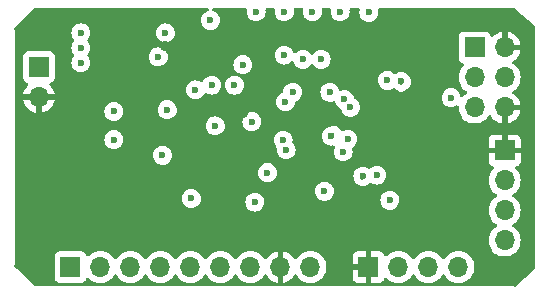
<source format=gbl>
%TF.GenerationSoftware,KiCad,Pcbnew,8.0.5*%
%TF.CreationDate,2024-12-04T08:56:06+06:00*%
%TF.ProjectId,MCU Datalogger,4d435520-4461-4746-916c-6f676765722e,rev?*%
%TF.SameCoordinates,Original*%
%TF.FileFunction,Copper,L4,Bot*%
%TF.FilePolarity,Positive*%
%FSLAX46Y46*%
G04 Gerber Fmt 4.6, Leading zero omitted, Abs format (unit mm)*
G04 Created by KiCad (PCBNEW 8.0.5) date 2024-12-04 08:56:06*
%MOMM*%
%LPD*%
G01*
G04 APERTURE LIST*
%TA.AperFunction,ComponentPad*%
%ADD10R,1.700000X1.700000*%
%TD*%
%TA.AperFunction,ComponentPad*%
%ADD11O,1.700000X1.700000*%
%TD*%
%TA.AperFunction,ViaPad*%
%ADD12C,0.900000*%
%TD*%
%TA.AperFunction,ViaPad*%
%ADD13C,0.600000*%
%TD*%
%TA.AperFunction,Conductor*%
%ADD14C,0.200000*%
%TD*%
G04 APERTURE END LIST*
D10*
%TO.P,BT1,1,+*%
%TO.N,/VCC*%
X92500000Y-65460000D03*
D11*
%TO.P,BT1,2,-*%
%TO.N,GND*%
X92500000Y-68000000D03*
%TD*%
D10*
%TO.P,J3,1,Pin_1*%
%TO.N,/D2*%
X95180000Y-82400000D03*
D11*
%TO.P,J3,2,Pin_2*%
%TO.N,/D3*%
X97720000Y-82400000D03*
%TO.P,J3,3,Pin_3*%
%TO.N,/D4*%
X100260000Y-82400000D03*
%TO.P,J3,4,Pin_4*%
%TO.N,/D5*%
X102800000Y-82400000D03*
%TO.P,J3,5,Pin_5*%
%TO.N,/D6*%
X105340000Y-82400000D03*
%TO.P,J3,6,Pin_6*%
%TO.N,/D7*%
X107880000Y-82400000D03*
%TO.P,J3,7,Pin_7*%
%TO.N,/D8*%
X110420000Y-82400000D03*
%TO.P,J3,8,Pin_8*%
%TO.N,GND*%
X112960000Y-82400000D03*
%TO.P,J3,9,Pin_9*%
%TO.N,/VCC*%
X115500000Y-82400000D03*
%TD*%
D10*
%TO.P,J1,1,Pin_1*%
%TO.N,GND*%
X131940000Y-72540000D03*
D11*
%TO.P,J1,2,Pin_2*%
%TO.N,/VCC*%
X131940000Y-75080000D03*
%TO.P,J1,3,Pin_3*%
%TO.N,/SDA*%
X131940000Y-77620000D03*
%TO.P,J1,4,Pin_4*%
%TO.N,/SCK*%
X131940000Y-80160000D03*
%TD*%
D10*
%TO.P,J2,1,Pin_1*%
%TO.N,GND*%
X120410000Y-82400000D03*
D11*
%TO.P,J2,2,Pin_2*%
%TO.N,/VCC*%
X122950000Y-82400000D03*
%TO.P,J2,3,Pin_3*%
%TO.N,/RX*%
X125490000Y-82400000D03*
%TO.P,J2,4,Pin_4*%
%TO.N,/TX*%
X128030000Y-82400000D03*
%TD*%
D10*
%TO.P,J4,1,Pin_1*%
%TO.N,/MOSI*%
X129400000Y-63820000D03*
D11*
%TO.P,J4,2,Pin_2*%
%TO.N,GND*%
X131940000Y-63820000D03*
%TO.P,J4,3,Pin_3*%
%TO.N,/SCK*%
X129400000Y-66360000D03*
%TO.P,J4,4,Pin_4*%
%TO.N,/MISO*%
X131940000Y-66360000D03*
%TO.P,J4,5,Pin_5*%
%TO.N,/RESET*%
X129400000Y-68900000D03*
%TO.P,J4,6,Pin_6*%
%TO.N,GND*%
X131940000Y-68900000D03*
%TD*%
D12*
%TO.N,GND*%
X124409200Y-70866000D03*
X109829600Y-69392800D03*
D13*
%TO.N,/SDA*%
X117144800Y-67614800D03*
X109067600Y-67005200D03*
X107137200Y-67005200D03*
X105765600Y-67411600D03*
%TO.N,Net-(U1-SQW{slash}~INT)*%
X109778800Y-65278000D03*
X105410000Y-76606400D03*
D12*
%TO.N,GND*%
X108813600Y-69900800D03*
X97129600Y-79146400D03*
D13*
%TO.N,/VCC*%
X102971600Y-72948800D03*
D12*
%TO.N,GND*%
X98856800Y-72898000D03*
X96062800Y-70104000D03*
D13*
%TO.N,/VCC*%
X98856800Y-69240400D03*
X98856800Y-71628000D03*
X103378000Y-69088000D03*
D12*
%TO.N,GND*%
X103327200Y-70510400D03*
D13*
%TO.N,/VCC*%
X110540800Y-70104000D03*
X113182400Y-71678800D03*
X118668800Y-71577200D03*
D12*
%TO.N,GND*%
X118872000Y-70104000D03*
D13*
%TO.N,/VCC*%
X121107200Y-74625200D03*
D12*
%TO.N,GND*%
X125272800Y-74879200D03*
X128320800Y-73964800D03*
D13*
%TO.N,/VCC*%
X120446800Y-60858400D03*
X118008400Y-60807600D03*
X115671600Y-60807600D03*
X113284000Y-60807600D03*
X110896400Y-60807600D03*
X107035600Y-61518800D03*
D12*
%TO.N,GND*%
X107188000Y-63449200D03*
X103225600Y-63703200D03*
X96062800Y-66395600D03*
D13*
%TO.N,Net-(U2-PB6)*%
X116687600Y-75996800D03*
X113436400Y-72491600D03*
%TO.N,Net-(U2-PB7)*%
X110794800Y-76911200D03*
X111861600Y-74422000D03*
%TO.N,/VCC*%
X103225600Y-62585600D03*
X96062800Y-62585600D03*
X96062800Y-63855600D03*
X96062800Y-65125600D03*
%TO.N,/SCK*%
X122224800Y-76758800D03*
X119938800Y-74726800D03*
%TO.N,/MOSI*%
X117246400Y-71323200D03*
X122021600Y-66598800D03*
%TO.N,/RESET*%
X118872000Y-68884800D03*
X127406400Y-68072000D03*
%TO.N,Net-(U1-~{INTA})*%
X113284000Y-64465200D03*
X102616000Y-64617600D03*
%TO.N,/SCK*%
X116400000Y-64820800D03*
X114858800Y-64820800D03*
%TO.N,/RX*%
X113385600Y-68427600D03*
%TO.N,/TX*%
X113995200Y-67614800D03*
%TO.N,/SCK*%
X118364000Y-68224400D03*
X123190000Y-66700400D03*
X118262400Y-72644000D03*
%TO.N,/D4*%
X107442000Y-70459600D03*
%TD*%
D14*
%TO.N,/MOSI*%
X117246400Y-71323200D02*
X117500400Y-71069200D01*
%TO.N,/SCK*%
X119938800Y-74879200D02*
X119938800Y-74726800D01*
X119888000Y-74930000D02*
X119938800Y-74879200D01*
%TO.N,/RESET*%
X118872000Y-68783200D02*
X118872000Y-68884800D01*
%TO.N,/SCK*%
X123190000Y-66954400D02*
X123190000Y-66700400D01*
%TO.N,Net-(U1-~{INTA})*%
X113131600Y-64617600D02*
X113284000Y-64465200D01*
%TD*%
%TA.AperFunction,Conductor*%
%TO.N,GND*%
G36*
X92286953Y-60456444D02*
G01*
X92303197Y-60464304D01*
X92304978Y-60465332D01*
X92307310Y-60466733D01*
X92307661Y-60466872D01*
X92312569Y-60467936D01*
X92369933Y-60483304D01*
X92369935Y-60483305D01*
X92369936Y-60483305D01*
X92390012Y-60488684D01*
X92433333Y-60500292D01*
X92434067Y-60500495D01*
X92434111Y-60500501D01*
X92434120Y-60500500D01*
X92434124Y-60500502D01*
X92498612Y-60500500D01*
X92498614Y-60500500D01*
X92578467Y-60500500D01*
X92578494Y-60500496D01*
X106793477Y-60500056D01*
X106860517Y-60519738D01*
X106906274Y-60572541D01*
X106916219Y-60641699D01*
X106887196Y-60705256D01*
X106834436Y-60741097D01*
X106686080Y-60793009D01*
X106533337Y-60888984D01*
X106405784Y-61016537D01*
X106309811Y-61169276D01*
X106250231Y-61339545D01*
X106250230Y-61339550D01*
X106230035Y-61518796D01*
X106230035Y-61518803D01*
X106250230Y-61698049D01*
X106250231Y-61698054D01*
X106309811Y-61868323D01*
X106344274Y-61923170D01*
X106405784Y-62021062D01*
X106533338Y-62148616D01*
X106603475Y-62192686D01*
X106680087Y-62240825D01*
X106686078Y-62244589D01*
X106856345Y-62304168D01*
X106856350Y-62304169D01*
X107035596Y-62324365D01*
X107035600Y-62324365D01*
X107035604Y-62324365D01*
X107214849Y-62304169D01*
X107214852Y-62304168D01*
X107214855Y-62304168D01*
X107385122Y-62244589D01*
X107537862Y-62148616D01*
X107665416Y-62021062D01*
X107761389Y-61868322D01*
X107820968Y-61698055D01*
X107820969Y-61698049D01*
X107841165Y-61518803D01*
X107841165Y-61518796D01*
X107820969Y-61339550D01*
X107820968Y-61339545D01*
X107810581Y-61309862D01*
X107761389Y-61169278D01*
X107753751Y-61157123D01*
X107686756Y-61050500D01*
X107665416Y-61016538D01*
X107537862Y-60888984D01*
X107489182Y-60858396D01*
X107385123Y-60793011D01*
X107271126Y-60753122D01*
X107236719Y-60741082D01*
X107179944Y-60700361D01*
X107154197Y-60635408D01*
X107167653Y-60566847D01*
X107216040Y-60516444D01*
X107277670Y-60500041D01*
X109986737Y-60499957D01*
X110053777Y-60519639D01*
X110099534Y-60572442D01*
X110109961Y-60637840D01*
X110090835Y-60807595D01*
X110090835Y-60807603D01*
X110111030Y-60986849D01*
X110111031Y-60986854D01*
X110170611Y-61157123D01*
X110202531Y-61207923D01*
X110266584Y-61309862D01*
X110394138Y-61437416D01*
X110420032Y-61453686D01*
X110523664Y-61518803D01*
X110546878Y-61533389D01*
X110685269Y-61581814D01*
X110717145Y-61592968D01*
X110717150Y-61592969D01*
X110896396Y-61613165D01*
X110896400Y-61613165D01*
X110896404Y-61613165D01*
X111075649Y-61592969D01*
X111075652Y-61592968D01*
X111075655Y-61592968D01*
X111245922Y-61533389D01*
X111398662Y-61437416D01*
X111526216Y-61309862D01*
X111622189Y-61157122D01*
X111681768Y-60986855D01*
X111681769Y-60986849D01*
X111701965Y-60807603D01*
X111701965Y-60807596D01*
X111682832Y-60637783D01*
X111694887Y-60568961D01*
X111742236Y-60517582D01*
X111806045Y-60499900D01*
X112374345Y-60499883D01*
X112441385Y-60519566D01*
X112487142Y-60572368D01*
X112497569Y-60637766D01*
X112478435Y-60807595D01*
X112478435Y-60807603D01*
X112498630Y-60986849D01*
X112498631Y-60986854D01*
X112558211Y-61157123D01*
X112590131Y-61207923D01*
X112654184Y-61309862D01*
X112781738Y-61437416D01*
X112807632Y-61453686D01*
X112911264Y-61518803D01*
X112934478Y-61533389D01*
X113072869Y-61581814D01*
X113104745Y-61592968D01*
X113104750Y-61592969D01*
X113283996Y-61613165D01*
X113284000Y-61613165D01*
X113284004Y-61613165D01*
X113463249Y-61592969D01*
X113463252Y-61592968D01*
X113463255Y-61592968D01*
X113633522Y-61533389D01*
X113786262Y-61437416D01*
X113913816Y-61309862D01*
X114009789Y-61157122D01*
X114069368Y-60986855D01*
X114069369Y-60986849D01*
X114089565Y-60807603D01*
X114089565Y-60807597D01*
X114072613Y-60657145D01*
X114070423Y-60637709D01*
X114082477Y-60568888D01*
X114129826Y-60517508D01*
X114193636Y-60499826D01*
X114761954Y-60499809D01*
X114828994Y-60519492D01*
X114874751Y-60572294D01*
X114885178Y-60637692D01*
X114866035Y-60807596D01*
X114866035Y-60807603D01*
X114886230Y-60986849D01*
X114886231Y-60986854D01*
X114945811Y-61157123D01*
X114977731Y-61207923D01*
X115041784Y-61309862D01*
X115169338Y-61437416D01*
X115195232Y-61453686D01*
X115298864Y-61518803D01*
X115322078Y-61533389D01*
X115460469Y-61581814D01*
X115492345Y-61592968D01*
X115492350Y-61592969D01*
X115671596Y-61613165D01*
X115671600Y-61613165D01*
X115671604Y-61613165D01*
X115850849Y-61592969D01*
X115850852Y-61592968D01*
X115850855Y-61592968D01*
X116021122Y-61533389D01*
X116173862Y-61437416D01*
X116301416Y-61309862D01*
X116397389Y-61157122D01*
X116456968Y-60986855D01*
X116456969Y-60986849D01*
X116477165Y-60807603D01*
X116477165Y-60807597D01*
X116458015Y-60637636D01*
X116470069Y-60568814D01*
X116517418Y-60517434D01*
X116581228Y-60499752D01*
X117098763Y-60499736D01*
X117165802Y-60519418D01*
X117211559Y-60572221D01*
X117221986Y-60637619D01*
X117202835Y-60807596D01*
X117202835Y-60807603D01*
X117223030Y-60986849D01*
X117223031Y-60986854D01*
X117282611Y-61157123D01*
X117314531Y-61207923D01*
X117378584Y-61309862D01*
X117506138Y-61437416D01*
X117532032Y-61453686D01*
X117635664Y-61518803D01*
X117658878Y-61533389D01*
X117797269Y-61581814D01*
X117829145Y-61592968D01*
X117829150Y-61592969D01*
X118008396Y-61613165D01*
X118008400Y-61613165D01*
X118008404Y-61613165D01*
X118187649Y-61592969D01*
X118187652Y-61592968D01*
X118187655Y-61592968D01*
X118357922Y-61533389D01*
X118510662Y-61437416D01*
X118638216Y-61309862D01*
X118734189Y-61157122D01*
X118793768Y-60986855D01*
X118793769Y-60986849D01*
X118813965Y-60807603D01*
X118813965Y-60807596D01*
X118794807Y-60637562D01*
X118806862Y-60568741D01*
X118854211Y-60517361D01*
X118918020Y-60499679D01*
X119549471Y-60499660D01*
X119616510Y-60519343D01*
X119662267Y-60572145D01*
X119672212Y-60641303D01*
X119666516Y-60664613D01*
X119661433Y-60679139D01*
X119661430Y-60679150D01*
X119641235Y-60858396D01*
X119641235Y-60858403D01*
X119661430Y-61037649D01*
X119661431Y-61037654D01*
X119721011Y-61207923D01*
X119816984Y-61360662D01*
X119944538Y-61488216D01*
X120097278Y-61584189D01*
X120180087Y-61613165D01*
X120267545Y-61643768D01*
X120267550Y-61643769D01*
X120446796Y-61663965D01*
X120446800Y-61663965D01*
X120446804Y-61663965D01*
X120626049Y-61643769D01*
X120626052Y-61643768D01*
X120626055Y-61643768D01*
X120796322Y-61584189D01*
X120949062Y-61488216D01*
X121076616Y-61360662D01*
X121172589Y-61207922D01*
X121232168Y-61037655D01*
X121234329Y-61018477D01*
X121252365Y-60858403D01*
X121252365Y-60858396D01*
X121232169Y-60679150D01*
X121232166Y-60679137D01*
X121227065Y-60664559D01*
X121223502Y-60594781D01*
X121258231Y-60534153D01*
X121320224Y-60501925D01*
X121344096Y-60499604D01*
X132461673Y-60499260D01*
X132481692Y-60500887D01*
X132496634Y-60503331D01*
X132496637Y-60503331D01*
X132496643Y-60503332D01*
X132531231Y-60499872D01*
X132543551Y-60499257D01*
X132578315Y-60499257D01*
X132592948Y-60495334D01*
X132612701Y-60491725D01*
X132627774Y-60490219D01*
X132651546Y-60481230D01*
X132721212Y-60475933D01*
X132778138Y-60504857D01*
X132849696Y-60568961D01*
X134472387Y-62022622D01*
X134509186Y-62082015D01*
X134509423Y-62147072D01*
X134499500Y-62184104D01*
X134499500Y-62184108D01*
X134499500Y-82184108D01*
X134499500Y-82315892D01*
X134522171Y-82400500D01*
X134533608Y-82443185D01*
X134534223Y-82444670D01*
X134534368Y-82446022D01*
X134535712Y-82451037D01*
X134534929Y-82451246D01*
X134541689Y-82514140D01*
X134510412Y-82576618D01*
X134503269Y-82583691D01*
X132896254Y-84050966D01*
X132833474Y-84081632D01*
X132764081Y-84073488D01*
X132750645Y-84066781D01*
X132693189Y-84033609D01*
X132693186Y-84033608D01*
X132565892Y-83999500D01*
X128082950Y-83999500D01*
X128027714Y-83983280D01*
X128001482Y-83997069D01*
X127977050Y-83999500D01*
X125542950Y-83999500D01*
X125487714Y-83983280D01*
X125461482Y-83997069D01*
X125437050Y-83999500D01*
X123002950Y-83999500D01*
X122947714Y-83983280D01*
X122921482Y-83997069D01*
X122897050Y-83999500D01*
X115552950Y-83999500D01*
X115497714Y-83983280D01*
X115471482Y-83997069D01*
X115447050Y-83999500D01*
X110472950Y-83999500D01*
X110417714Y-83983280D01*
X110391482Y-83997069D01*
X110367050Y-83999500D01*
X107932950Y-83999500D01*
X107877714Y-83983280D01*
X107851482Y-83997069D01*
X107827050Y-83999500D01*
X105392950Y-83999500D01*
X105337714Y-83983280D01*
X105311482Y-83997069D01*
X105287050Y-83999500D01*
X102852950Y-83999500D01*
X102797714Y-83983280D01*
X102771482Y-83997069D01*
X102747050Y-83999500D01*
X100312950Y-83999500D01*
X100257714Y-83983280D01*
X100231482Y-83997069D01*
X100207050Y-83999500D01*
X97772950Y-83999500D01*
X97717714Y-83983280D01*
X97691482Y-83997069D01*
X97667050Y-83999500D01*
X92434108Y-83999500D01*
X92306804Y-84033610D01*
X92306744Y-84033636D01*
X92306688Y-84033641D01*
X92298963Y-84035712D01*
X92298639Y-84034506D01*
X92237274Y-84041096D01*
X92174799Y-84009813D01*
X92173510Y-84008596D01*
X90646156Y-82544882D01*
X90469922Y-82375992D01*
X90435141Y-82315396D01*
X90438642Y-82245614D01*
X90448330Y-82224468D01*
X90466392Y-82193186D01*
X90500500Y-82065892D01*
X90500500Y-81934108D01*
X90500500Y-81502135D01*
X93829500Y-81502135D01*
X93829500Y-83297870D01*
X93829501Y-83297876D01*
X93835908Y-83357483D01*
X93886202Y-83492328D01*
X93886206Y-83492335D01*
X93972452Y-83607544D01*
X93972455Y-83607547D01*
X94087664Y-83693793D01*
X94087671Y-83693797D01*
X94222517Y-83744091D01*
X94222516Y-83744091D01*
X94229444Y-83744835D01*
X94282127Y-83750500D01*
X96077872Y-83750499D01*
X96137483Y-83744091D01*
X96272331Y-83693796D01*
X96387546Y-83607546D01*
X96473796Y-83492331D01*
X96522810Y-83360916D01*
X96564681Y-83304984D01*
X96630145Y-83280566D01*
X96698418Y-83295417D01*
X96726673Y-83316569D01*
X96848599Y-83438495D01*
X96945384Y-83506265D01*
X97042165Y-83574032D01*
X97042167Y-83574033D01*
X97042170Y-83574035D01*
X97256337Y-83673903D01*
X97484592Y-83735063D01*
X97655319Y-83750000D01*
X97677858Y-83751972D01*
X97719655Y-83768322D01*
X97738015Y-83756523D01*
X97762142Y-83751972D01*
X97784681Y-83750000D01*
X97955408Y-83735063D01*
X98183663Y-83673903D01*
X98397830Y-83574035D01*
X98591401Y-83438495D01*
X98758495Y-83271401D01*
X98888425Y-83085842D01*
X98943002Y-83042217D01*
X99012500Y-83035023D01*
X99074855Y-83066546D01*
X99091575Y-83085842D01*
X99221500Y-83271395D01*
X99221505Y-83271401D01*
X99388599Y-83438495D01*
X99485384Y-83506265D01*
X99582165Y-83574032D01*
X99582167Y-83574033D01*
X99582170Y-83574035D01*
X99796337Y-83673903D01*
X100024592Y-83735063D01*
X100195319Y-83750000D01*
X100217858Y-83751972D01*
X100259655Y-83768322D01*
X100278015Y-83756523D01*
X100302142Y-83751972D01*
X100324681Y-83750000D01*
X100495408Y-83735063D01*
X100723663Y-83673903D01*
X100937830Y-83574035D01*
X101131401Y-83438495D01*
X101298495Y-83271401D01*
X101428425Y-83085842D01*
X101483002Y-83042217D01*
X101552500Y-83035023D01*
X101614855Y-83066546D01*
X101631575Y-83085842D01*
X101761500Y-83271395D01*
X101761505Y-83271401D01*
X101928599Y-83438495D01*
X102025384Y-83506265D01*
X102122165Y-83574032D01*
X102122167Y-83574033D01*
X102122170Y-83574035D01*
X102336337Y-83673903D01*
X102564592Y-83735063D01*
X102735319Y-83750000D01*
X102757858Y-83751972D01*
X102799655Y-83768322D01*
X102818015Y-83756523D01*
X102842142Y-83751972D01*
X102864681Y-83750000D01*
X103035408Y-83735063D01*
X103263663Y-83673903D01*
X103477830Y-83574035D01*
X103671401Y-83438495D01*
X103838495Y-83271401D01*
X103968425Y-83085842D01*
X104023002Y-83042217D01*
X104092500Y-83035023D01*
X104154855Y-83066546D01*
X104171575Y-83085842D01*
X104301500Y-83271395D01*
X104301505Y-83271401D01*
X104468599Y-83438495D01*
X104565384Y-83506265D01*
X104662165Y-83574032D01*
X104662167Y-83574033D01*
X104662170Y-83574035D01*
X104876337Y-83673903D01*
X105104592Y-83735063D01*
X105275319Y-83750000D01*
X105297858Y-83751972D01*
X105339655Y-83768322D01*
X105358015Y-83756523D01*
X105382142Y-83751972D01*
X105404681Y-83750000D01*
X105575408Y-83735063D01*
X105803663Y-83673903D01*
X106017830Y-83574035D01*
X106211401Y-83438495D01*
X106378495Y-83271401D01*
X106508425Y-83085842D01*
X106563002Y-83042217D01*
X106632500Y-83035023D01*
X106694855Y-83066546D01*
X106711575Y-83085842D01*
X106841500Y-83271395D01*
X106841505Y-83271401D01*
X107008599Y-83438495D01*
X107105384Y-83506265D01*
X107202165Y-83574032D01*
X107202167Y-83574033D01*
X107202170Y-83574035D01*
X107416337Y-83673903D01*
X107644592Y-83735063D01*
X107815319Y-83750000D01*
X107837858Y-83751972D01*
X107879655Y-83768322D01*
X107898015Y-83756523D01*
X107922142Y-83751972D01*
X107944681Y-83750000D01*
X108115408Y-83735063D01*
X108343663Y-83673903D01*
X108557830Y-83574035D01*
X108751401Y-83438495D01*
X108918495Y-83271401D01*
X109048425Y-83085842D01*
X109103002Y-83042217D01*
X109172500Y-83035023D01*
X109234855Y-83066546D01*
X109251575Y-83085842D01*
X109381500Y-83271395D01*
X109381505Y-83271401D01*
X109548599Y-83438495D01*
X109645384Y-83506265D01*
X109742165Y-83574032D01*
X109742167Y-83574033D01*
X109742170Y-83574035D01*
X109956337Y-83673903D01*
X110184592Y-83735063D01*
X110355319Y-83750000D01*
X110377858Y-83751972D01*
X110419655Y-83768322D01*
X110438015Y-83756523D01*
X110462142Y-83751972D01*
X110484681Y-83750000D01*
X110655408Y-83735063D01*
X110883663Y-83673903D01*
X111097830Y-83574035D01*
X111291401Y-83438495D01*
X111458495Y-83271401D01*
X111588730Y-83085405D01*
X111643307Y-83041781D01*
X111712805Y-83034587D01*
X111775160Y-83066110D01*
X111791879Y-83085405D01*
X111921890Y-83271078D01*
X112088917Y-83438105D01*
X112282421Y-83573600D01*
X112496507Y-83673429D01*
X112496516Y-83673433D01*
X112710000Y-83730634D01*
X112710000Y-82833012D01*
X112767007Y-82865925D01*
X112894174Y-82900000D01*
X113025826Y-82900000D01*
X113152993Y-82865925D01*
X113210000Y-82833012D01*
X113210000Y-83730633D01*
X113423483Y-83673433D01*
X113423492Y-83673429D01*
X113637578Y-83573600D01*
X113831082Y-83438105D01*
X113998105Y-83271082D01*
X114128119Y-83085405D01*
X114182696Y-83041781D01*
X114252195Y-83034588D01*
X114314549Y-83066110D01*
X114331269Y-83085405D01*
X114461505Y-83271401D01*
X114628599Y-83438495D01*
X114725384Y-83506265D01*
X114822165Y-83574032D01*
X114822167Y-83574033D01*
X114822170Y-83574035D01*
X115036337Y-83673903D01*
X115264592Y-83735063D01*
X115435319Y-83750000D01*
X115457858Y-83751972D01*
X115499655Y-83768322D01*
X115518015Y-83756523D01*
X115542142Y-83751972D01*
X115564681Y-83750000D01*
X115735408Y-83735063D01*
X115963663Y-83673903D01*
X116177830Y-83574035D01*
X116371401Y-83438495D01*
X116538495Y-83271401D01*
X116674035Y-83077830D01*
X116773903Y-82863663D01*
X116835063Y-82635408D01*
X116855659Y-82400000D01*
X116835063Y-82164592D01*
X116773903Y-81936337D01*
X116674035Y-81722171D01*
X116668731Y-81714595D01*
X116538494Y-81528597D01*
X116512052Y-81502155D01*
X119060000Y-81502155D01*
X119060000Y-82150000D01*
X119976988Y-82150000D01*
X119944075Y-82207007D01*
X119910000Y-82334174D01*
X119910000Y-82465826D01*
X119944075Y-82592993D01*
X119976988Y-82650000D01*
X119060000Y-82650000D01*
X119060000Y-83297844D01*
X119066401Y-83357372D01*
X119066403Y-83357379D01*
X119116645Y-83492086D01*
X119116649Y-83492093D01*
X119202809Y-83607187D01*
X119202812Y-83607190D01*
X119317906Y-83693350D01*
X119317913Y-83693354D01*
X119452620Y-83743596D01*
X119452627Y-83743598D01*
X119512155Y-83749999D01*
X119512172Y-83750000D01*
X120160000Y-83750000D01*
X120160000Y-82833012D01*
X120217007Y-82865925D01*
X120344174Y-82900000D01*
X120475826Y-82900000D01*
X120602993Y-82865925D01*
X120660000Y-82833012D01*
X120660000Y-83750000D01*
X121307828Y-83750000D01*
X121307844Y-83749999D01*
X121367372Y-83743598D01*
X121367379Y-83743596D01*
X121502086Y-83693354D01*
X121502093Y-83693350D01*
X121617187Y-83607190D01*
X121617190Y-83607187D01*
X121703350Y-83492093D01*
X121703354Y-83492086D01*
X121752422Y-83360529D01*
X121794293Y-83304595D01*
X121859757Y-83280178D01*
X121928030Y-83295030D01*
X121956285Y-83316181D01*
X122078599Y-83438495D01*
X122175384Y-83506265D01*
X122272165Y-83574032D01*
X122272167Y-83574033D01*
X122272170Y-83574035D01*
X122486337Y-83673903D01*
X122714592Y-83735063D01*
X122885319Y-83750000D01*
X122907858Y-83751972D01*
X122949655Y-83768322D01*
X122968015Y-83756523D01*
X122992142Y-83751972D01*
X123014681Y-83750000D01*
X123185408Y-83735063D01*
X123413663Y-83673903D01*
X123627830Y-83574035D01*
X123821401Y-83438495D01*
X123988495Y-83271401D01*
X124118425Y-83085842D01*
X124173002Y-83042217D01*
X124242500Y-83035023D01*
X124304855Y-83066546D01*
X124321575Y-83085842D01*
X124451500Y-83271395D01*
X124451505Y-83271401D01*
X124618599Y-83438495D01*
X124715384Y-83506265D01*
X124812165Y-83574032D01*
X124812167Y-83574033D01*
X124812170Y-83574035D01*
X125026337Y-83673903D01*
X125254592Y-83735063D01*
X125425319Y-83750000D01*
X125447858Y-83751972D01*
X125489655Y-83768322D01*
X125508015Y-83756523D01*
X125532142Y-83751972D01*
X125554681Y-83750000D01*
X125725408Y-83735063D01*
X125953663Y-83673903D01*
X126167830Y-83574035D01*
X126361401Y-83438495D01*
X126528495Y-83271401D01*
X126658425Y-83085842D01*
X126713002Y-83042217D01*
X126782500Y-83035023D01*
X126844855Y-83066546D01*
X126861575Y-83085842D01*
X126991500Y-83271395D01*
X126991505Y-83271401D01*
X127158599Y-83438495D01*
X127255384Y-83506265D01*
X127352165Y-83574032D01*
X127352167Y-83574033D01*
X127352170Y-83574035D01*
X127566337Y-83673903D01*
X127794592Y-83735063D01*
X127965319Y-83750000D01*
X127987858Y-83751972D01*
X128029655Y-83768322D01*
X128048015Y-83756523D01*
X128072142Y-83751972D01*
X128094681Y-83750000D01*
X128265408Y-83735063D01*
X128493663Y-83673903D01*
X128707830Y-83574035D01*
X128901401Y-83438495D01*
X129068495Y-83271401D01*
X129204035Y-83077830D01*
X129303903Y-82863663D01*
X129365063Y-82635408D01*
X129385659Y-82400000D01*
X129365063Y-82164592D01*
X129303903Y-81936337D01*
X129204035Y-81722171D01*
X129198731Y-81714595D01*
X129068494Y-81528597D01*
X128901402Y-81361506D01*
X128901395Y-81361501D01*
X128707834Y-81225967D01*
X128707830Y-81225965D01*
X128648927Y-81198498D01*
X128493663Y-81126097D01*
X128493659Y-81126096D01*
X128493655Y-81126094D01*
X128265413Y-81064938D01*
X128265403Y-81064936D01*
X128030001Y-81044341D01*
X128029999Y-81044341D01*
X127794596Y-81064936D01*
X127794586Y-81064938D01*
X127566344Y-81126094D01*
X127566335Y-81126098D01*
X127352171Y-81225964D01*
X127352169Y-81225965D01*
X127158597Y-81361505D01*
X126991505Y-81528597D01*
X126861575Y-81714158D01*
X126806998Y-81757783D01*
X126737500Y-81764977D01*
X126675145Y-81733454D01*
X126658425Y-81714158D01*
X126528494Y-81528597D01*
X126361402Y-81361506D01*
X126361395Y-81361501D01*
X126167834Y-81225967D01*
X126167830Y-81225965D01*
X126108927Y-81198498D01*
X125953663Y-81126097D01*
X125953659Y-81126096D01*
X125953655Y-81126094D01*
X125725413Y-81064938D01*
X125725403Y-81064936D01*
X125490001Y-81044341D01*
X125489999Y-81044341D01*
X125254596Y-81064936D01*
X125254586Y-81064938D01*
X125026344Y-81126094D01*
X125026335Y-81126098D01*
X124812171Y-81225964D01*
X124812169Y-81225965D01*
X124618597Y-81361505D01*
X124451505Y-81528597D01*
X124321575Y-81714158D01*
X124266998Y-81757783D01*
X124197500Y-81764977D01*
X124135145Y-81733454D01*
X124118425Y-81714158D01*
X123988494Y-81528597D01*
X123821402Y-81361506D01*
X123821395Y-81361501D01*
X123627834Y-81225967D01*
X123627830Y-81225965D01*
X123568927Y-81198498D01*
X123413663Y-81126097D01*
X123413659Y-81126096D01*
X123413655Y-81126094D01*
X123185413Y-81064938D01*
X123185403Y-81064936D01*
X122950001Y-81044341D01*
X122949999Y-81044341D01*
X122714596Y-81064936D01*
X122714586Y-81064938D01*
X122486344Y-81126094D01*
X122486335Y-81126098D01*
X122272171Y-81225964D01*
X122272169Y-81225965D01*
X122078600Y-81361503D01*
X121956284Y-81483819D01*
X121894961Y-81517303D01*
X121825269Y-81512319D01*
X121769336Y-81470447D01*
X121752421Y-81439470D01*
X121703354Y-81307913D01*
X121703350Y-81307906D01*
X121617190Y-81192812D01*
X121617187Y-81192809D01*
X121502093Y-81106649D01*
X121502086Y-81106645D01*
X121367379Y-81056403D01*
X121367372Y-81056401D01*
X121307844Y-81050000D01*
X120660000Y-81050000D01*
X120660000Y-81966988D01*
X120602993Y-81934075D01*
X120475826Y-81900000D01*
X120344174Y-81900000D01*
X120217007Y-81934075D01*
X120160000Y-81966988D01*
X120160000Y-81050000D01*
X119512155Y-81050000D01*
X119452627Y-81056401D01*
X119452620Y-81056403D01*
X119317913Y-81106645D01*
X119317906Y-81106649D01*
X119202812Y-81192809D01*
X119202809Y-81192812D01*
X119116649Y-81307906D01*
X119116645Y-81307913D01*
X119066403Y-81442620D01*
X119066401Y-81442627D01*
X119060000Y-81502155D01*
X116512052Y-81502155D01*
X116371402Y-81361506D01*
X116371395Y-81361501D01*
X116177834Y-81225967D01*
X116177830Y-81225965D01*
X116118927Y-81198498D01*
X115963663Y-81126097D01*
X115963659Y-81126096D01*
X115963655Y-81126094D01*
X115735413Y-81064938D01*
X115735403Y-81064936D01*
X115500001Y-81044341D01*
X115499999Y-81044341D01*
X115264596Y-81064936D01*
X115264586Y-81064938D01*
X115036344Y-81126094D01*
X115036335Y-81126098D01*
X114822171Y-81225964D01*
X114822169Y-81225965D01*
X114628597Y-81361505D01*
X114461508Y-81528594D01*
X114331269Y-81714595D01*
X114276692Y-81758219D01*
X114207193Y-81765412D01*
X114144839Y-81733890D01*
X114128119Y-81714594D01*
X113998113Y-81528926D01*
X113998108Y-81528920D01*
X113831082Y-81361894D01*
X113637578Y-81226399D01*
X113423492Y-81126570D01*
X113423486Y-81126567D01*
X113210000Y-81069364D01*
X113210000Y-81966988D01*
X113152993Y-81934075D01*
X113025826Y-81900000D01*
X112894174Y-81900000D01*
X112767007Y-81934075D01*
X112710000Y-81966988D01*
X112710000Y-81069364D01*
X112709999Y-81069364D01*
X112496513Y-81126567D01*
X112496507Y-81126570D01*
X112282422Y-81226399D01*
X112282420Y-81226400D01*
X112088926Y-81361886D01*
X112088920Y-81361891D01*
X111921891Y-81528920D01*
X111921890Y-81528922D01*
X111791880Y-81714595D01*
X111737303Y-81758219D01*
X111667804Y-81765412D01*
X111605450Y-81733890D01*
X111588730Y-81714594D01*
X111458494Y-81528597D01*
X111291402Y-81361506D01*
X111291395Y-81361501D01*
X111097834Y-81225967D01*
X111097830Y-81225965D01*
X111038927Y-81198498D01*
X110883663Y-81126097D01*
X110883659Y-81126096D01*
X110883655Y-81126094D01*
X110655413Y-81064938D01*
X110655403Y-81064936D01*
X110420001Y-81044341D01*
X110419999Y-81044341D01*
X110184596Y-81064936D01*
X110184586Y-81064938D01*
X109956344Y-81126094D01*
X109956335Y-81126098D01*
X109742171Y-81225964D01*
X109742169Y-81225965D01*
X109548597Y-81361505D01*
X109381505Y-81528597D01*
X109251575Y-81714158D01*
X109196998Y-81757783D01*
X109127500Y-81764977D01*
X109065145Y-81733454D01*
X109048425Y-81714158D01*
X108918494Y-81528597D01*
X108751402Y-81361506D01*
X108751395Y-81361501D01*
X108557834Y-81225967D01*
X108557830Y-81225965D01*
X108498927Y-81198498D01*
X108343663Y-81126097D01*
X108343659Y-81126096D01*
X108343655Y-81126094D01*
X108115413Y-81064938D01*
X108115403Y-81064936D01*
X107880001Y-81044341D01*
X107879999Y-81044341D01*
X107644596Y-81064936D01*
X107644586Y-81064938D01*
X107416344Y-81126094D01*
X107416335Y-81126098D01*
X107202171Y-81225964D01*
X107202169Y-81225965D01*
X107008597Y-81361505D01*
X106841505Y-81528597D01*
X106711575Y-81714158D01*
X106656998Y-81757783D01*
X106587500Y-81764977D01*
X106525145Y-81733454D01*
X106508425Y-81714158D01*
X106378494Y-81528597D01*
X106211402Y-81361506D01*
X106211395Y-81361501D01*
X106017834Y-81225967D01*
X106017830Y-81225965D01*
X105958927Y-81198498D01*
X105803663Y-81126097D01*
X105803659Y-81126096D01*
X105803655Y-81126094D01*
X105575413Y-81064938D01*
X105575403Y-81064936D01*
X105340001Y-81044341D01*
X105339999Y-81044341D01*
X105104596Y-81064936D01*
X105104586Y-81064938D01*
X104876344Y-81126094D01*
X104876335Y-81126098D01*
X104662171Y-81225964D01*
X104662169Y-81225965D01*
X104468597Y-81361505D01*
X104301505Y-81528597D01*
X104171575Y-81714158D01*
X104116998Y-81757783D01*
X104047500Y-81764977D01*
X103985145Y-81733454D01*
X103968425Y-81714158D01*
X103838494Y-81528597D01*
X103671402Y-81361506D01*
X103671395Y-81361501D01*
X103477834Y-81225967D01*
X103477830Y-81225965D01*
X103418927Y-81198498D01*
X103263663Y-81126097D01*
X103263659Y-81126096D01*
X103263655Y-81126094D01*
X103035413Y-81064938D01*
X103035403Y-81064936D01*
X102800001Y-81044341D01*
X102799999Y-81044341D01*
X102564596Y-81064936D01*
X102564586Y-81064938D01*
X102336344Y-81126094D01*
X102336335Y-81126098D01*
X102122171Y-81225964D01*
X102122169Y-81225965D01*
X101928597Y-81361505D01*
X101761505Y-81528597D01*
X101631575Y-81714158D01*
X101576998Y-81757783D01*
X101507500Y-81764977D01*
X101445145Y-81733454D01*
X101428425Y-81714158D01*
X101298494Y-81528597D01*
X101131402Y-81361506D01*
X101131395Y-81361501D01*
X100937834Y-81225967D01*
X100937830Y-81225965D01*
X100878927Y-81198498D01*
X100723663Y-81126097D01*
X100723659Y-81126096D01*
X100723655Y-81126094D01*
X100495413Y-81064938D01*
X100495403Y-81064936D01*
X100260001Y-81044341D01*
X100259999Y-81044341D01*
X100024596Y-81064936D01*
X100024586Y-81064938D01*
X99796344Y-81126094D01*
X99796335Y-81126098D01*
X99582171Y-81225964D01*
X99582169Y-81225965D01*
X99388597Y-81361505D01*
X99221505Y-81528597D01*
X99091575Y-81714158D01*
X99036998Y-81757783D01*
X98967500Y-81764977D01*
X98905145Y-81733454D01*
X98888425Y-81714158D01*
X98758494Y-81528597D01*
X98591402Y-81361506D01*
X98591395Y-81361501D01*
X98397834Y-81225967D01*
X98397830Y-81225965D01*
X98338927Y-81198498D01*
X98183663Y-81126097D01*
X98183659Y-81126096D01*
X98183655Y-81126094D01*
X97955413Y-81064938D01*
X97955403Y-81064936D01*
X97720001Y-81044341D01*
X97719999Y-81044341D01*
X97484596Y-81064936D01*
X97484586Y-81064938D01*
X97256344Y-81126094D01*
X97256335Y-81126098D01*
X97042171Y-81225964D01*
X97042169Y-81225965D01*
X96848600Y-81361503D01*
X96726673Y-81483430D01*
X96665350Y-81516914D01*
X96595658Y-81511930D01*
X96539725Y-81470058D01*
X96522810Y-81439081D01*
X96473797Y-81307671D01*
X96473793Y-81307664D01*
X96387547Y-81192455D01*
X96387544Y-81192452D01*
X96272335Y-81106206D01*
X96272328Y-81106202D01*
X96137482Y-81055908D01*
X96137483Y-81055908D01*
X96077883Y-81049501D01*
X96077881Y-81049500D01*
X96077873Y-81049500D01*
X96077864Y-81049500D01*
X94282129Y-81049500D01*
X94282123Y-81049501D01*
X94222516Y-81055908D01*
X94087671Y-81106202D01*
X94087664Y-81106206D01*
X93972455Y-81192452D01*
X93972452Y-81192455D01*
X93886206Y-81307664D01*
X93886202Y-81307671D01*
X93835908Y-81442517D01*
X93829501Y-81502116D01*
X93829500Y-81502135D01*
X90500500Y-81502135D01*
X90500500Y-76606396D01*
X104604435Y-76606396D01*
X104604435Y-76606403D01*
X104624630Y-76785649D01*
X104624631Y-76785654D01*
X104684211Y-76955923D01*
X104768740Y-77090449D01*
X104780184Y-77108662D01*
X104907738Y-77236216D01*
X105060478Y-77332189D01*
X105210220Y-77384586D01*
X105230745Y-77391768D01*
X105230750Y-77391769D01*
X105409996Y-77411965D01*
X105410000Y-77411965D01*
X105410004Y-77411965D01*
X105589249Y-77391769D01*
X105589252Y-77391768D01*
X105589255Y-77391768D01*
X105759522Y-77332189D01*
X105912262Y-77236216D01*
X106039816Y-77108662D01*
X106135789Y-76955922D01*
X106151439Y-76911196D01*
X109989235Y-76911196D01*
X109989235Y-76911203D01*
X110009430Y-77090449D01*
X110009431Y-77090454D01*
X110069011Y-77260723D01*
X110149372Y-77388616D01*
X110164984Y-77413462D01*
X110292538Y-77541016D01*
X110329698Y-77564365D01*
X110418238Y-77619999D01*
X110445278Y-77636989D01*
X110615545Y-77696568D01*
X110615550Y-77696569D01*
X110794796Y-77716765D01*
X110794800Y-77716765D01*
X110794804Y-77716765D01*
X110974049Y-77696569D01*
X110974052Y-77696568D01*
X110974055Y-77696568D01*
X111144322Y-77636989D01*
X111297062Y-77541016D01*
X111424616Y-77413462D01*
X111520589Y-77260722D01*
X111580168Y-77090455D01*
X111595326Y-76955922D01*
X111600365Y-76911203D01*
X111600365Y-76911196D01*
X111580169Y-76731950D01*
X111580168Y-76731945D01*
X111536238Y-76606400D01*
X111520589Y-76561678D01*
X111424616Y-76408938D01*
X111297062Y-76281384D01*
X111257520Y-76256538D01*
X111144323Y-76185411D01*
X110974054Y-76125831D01*
X110974049Y-76125830D01*
X110794804Y-76105635D01*
X110794796Y-76105635D01*
X110615550Y-76125830D01*
X110615545Y-76125831D01*
X110445276Y-76185411D01*
X110292537Y-76281384D01*
X110164984Y-76408937D01*
X110069011Y-76561676D01*
X110009431Y-76731945D01*
X110009430Y-76731950D01*
X109989235Y-76911196D01*
X106151439Y-76911196D01*
X106195368Y-76785655D01*
X106195761Y-76782168D01*
X106215565Y-76606403D01*
X106215565Y-76606396D01*
X106195369Y-76427150D01*
X106195368Y-76427145D01*
X106144364Y-76281384D01*
X106135789Y-76256878D01*
X106135575Y-76256538D01*
X106053447Y-76125832D01*
X106039816Y-76104138D01*
X105932474Y-75996796D01*
X115882035Y-75996796D01*
X115882035Y-75996803D01*
X115902230Y-76176049D01*
X115902231Y-76176054D01*
X115961811Y-76346323D01*
X116017440Y-76434855D01*
X116057784Y-76499062D01*
X116185338Y-76626616D01*
X116338078Y-76722589D01*
X116441552Y-76758796D01*
X116508345Y-76782168D01*
X116508350Y-76782169D01*
X116687596Y-76802365D01*
X116687600Y-76802365D01*
X116687604Y-76802365D01*
X116866849Y-76782169D01*
X116866852Y-76782168D01*
X116866855Y-76782168D01*
X116933648Y-76758796D01*
X121419235Y-76758796D01*
X121419235Y-76758803D01*
X121439430Y-76938049D01*
X121439431Y-76938054D01*
X121499011Y-77108323D01*
X121579372Y-77236216D01*
X121594984Y-77261062D01*
X121722538Y-77388616D01*
X121875278Y-77484589D01*
X122036534Y-77541015D01*
X122045545Y-77544168D01*
X122045550Y-77544169D01*
X122224796Y-77564365D01*
X122224800Y-77564365D01*
X122224804Y-77564365D01*
X122404049Y-77544169D01*
X122404052Y-77544168D01*
X122404055Y-77544168D01*
X122574322Y-77484589D01*
X122727062Y-77388616D01*
X122854616Y-77261062D01*
X122950589Y-77108322D01*
X123010168Y-76938055D01*
X123010169Y-76938049D01*
X123030365Y-76758803D01*
X123030365Y-76758796D01*
X123010169Y-76579550D01*
X123010168Y-76579545D01*
X122959539Y-76434855D01*
X122950589Y-76409278D01*
X122950375Y-76408938D01*
X122860024Y-76265145D01*
X122854616Y-76256538D01*
X122727062Y-76128984D01*
X122710366Y-76118493D01*
X122574323Y-76033011D01*
X122404054Y-75973431D01*
X122404049Y-75973430D01*
X122224804Y-75953235D01*
X122224796Y-75953235D01*
X122045550Y-75973430D01*
X122045545Y-75973431D01*
X121875276Y-76033011D01*
X121722537Y-76128984D01*
X121594984Y-76256537D01*
X121499011Y-76409276D01*
X121439431Y-76579545D01*
X121439430Y-76579550D01*
X121419235Y-76758796D01*
X116933648Y-76758796D01*
X117037122Y-76722589D01*
X117189862Y-76626616D01*
X117317416Y-76499062D01*
X117413389Y-76346322D01*
X117472968Y-76176055D01*
X117479453Y-76118498D01*
X117493165Y-75996803D01*
X117493165Y-75996796D01*
X117472969Y-75817550D01*
X117472968Y-75817545D01*
X117413388Y-75647276D01*
X117339959Y-75530415D01*
X117317416Y-75494538D01*
X117189862Y-75366984D01*
X117173363Y-75356617D01*
X117037123Y-75271011D01*
X116866854Y-75211431D01*
X116866849Y-75211430D01*
X116687604Y-75191235D01*
X116687596Y-75191235D01*
X116508350Y-75211430D01*
X116508345Y-75211431D01*
X116338076Y-75271011D01*
X116185337Y-75366984D01*
X116057784Y-75494537D01*
X115961811Y-75647276D01*
X115902231Y-75817545D01*
X115902230Y-75817550D01*
X115882035Y-75996796D01*
X105932474Y-75996796D01*
X105912262Y-75976584D01*
X105907242Y-75973430D01*
X105759523Y-75880611D01*
X105589254Y-75821031D01*
X105589249Y-75821030D01*
X105410004Y-75800835D01*
X105409996Y-75800835D01*
X105230750Y-75821030D01*
X105230745Y-75821031D01*
X105060476Y-75880611D01*
X104907737Y-75976584D01*
X104780184Y-76104137D01*
X104684211Y-76256876D01*
X104624631Y-76427145D01*
X104624630Y-76427150D01*
X104604435Y-76606396D01*
X90500500Y-76606396D01*
X90500500Y-74421996D01*
X111056035Y-74421996D01*
X111056035Y-74422003D01*
X111076230Y-74601249D01*
X111076231Y-74601254D01*
X111135811Y-74771523D01*
X111156504Y-74804455D01*
X111231784Y-74924262D01*
X111359338Y-75051816D01*
X111512078Y-75147789D01*
X111636240Y-75191235D01*
X111682345Y-75207368D01*
X111682350Y-75207369D01*
X111861596Y-75227565D01*
X111861600Y-75227565D01*
X111861604Y-75227565D01*
X112040849Y-75207369D01*
X112040852Y-75207368D01*
X112040855Y-75207368D01*
X112211122Y-75147789D01*
X112363862Y-75051816D01*
X112491416Y-74924262D01*
X112587389Y-74771522D01*
X112603039Y-74726796D01*
X119133235Y-74726796D01*
X119133235Y-74726803D01*
X119153430Y-74906049D01*
X119153431Y-74906054D01*
X119213011Y-75076323D01*
X119285216Y-75191235D01*
X119308984Y-75229062D01*
X119436538Y-75356616D01*
X119502317Y-75397947D01*
X119512474Y-75406048D01*
X119512839Y-75405573D01*
X119519287Y-75410521D01*
X119554735Y-75430986D01*
X119558678Y-75433361D01*
X119589278Y-75452589D01*
X119589281Y-75452590D01*
X119595556Y-75455612D01*
X119595454Y-75455823D01*
X119606641Y-75460954D01*
X119656215Y-75489577D01*
X119808943Y-75530501D01*
X119915295Y-75530501D01*
X119929177Y-75531280D01*
X119938800Y-75532365D01*
X119948422Y-75531280D01*
X119962305Y-75530501D01*
X119967060Y-75530501D01*
X119967708Y-75530415D01*
X119984772Y-75527184D01*
X120118055Y-75512168D01*
X120288322Y-75452589D01*
X120441062Y-75356616D01*
X120496772Y-75300905D01*
X120558091Y-75267423D01*
X120627783Y-75272407D01*
X120650423Y-75283596D01*
X120757675Y-75350988D01*
X120927945Y-75410568D01*
X120927950Y-75410569D01*
X121107196Y-75430765D01*
X121107200Y-75430765D01*
X121107204Y-75430765D01*
X121286449Y-75410569D01*
X121286452Y-75410568D01*
X121286455Y-75410568D01*
X121456722Y-75350989D01*
X121609462Y-75255016D01*
X121737016Y-75127462D01*
X121766839Y-75079999D01*
X130584341Y-75079999D01*
X130584341Y-75080000D01*
X130604936Y-75315403D01*
X130604938Y-75315413D01*
X130666094Y-75543655D01*
X130666096Y-75543659D01*
X130666097Y-75543663D01*
X130714413Y-75647276D01*
X130765965Y-75757830D01*
X130765967Y-75757834D01*
X130901501Y-75951395D01*
X130901506Y-75951402D01*
X131068597Y-76118493D01*
X131068603Y-76118498D01*
X131254158Y-76248425D01*
X131297783Y-76303002D01*
X131304977Y-76372500D01*
X131273454Y-76434855D01*
X131254158Y-76451575D01*
X131068597Y-76581505D01*
X130901505Y-76748597D01*
X130765965Y-76942169D01*
X130765964Y-76942171D01*
X130666098Y-77156335D01*
X130666094Y-77156344D01*
X130604938Y-77384586D01*
X130604936Y-77384596D01*
X130584341Y-77619999D01*
X130584341Y-77620000D01*
X130604936Y-77855403D01*
X130604938Y-77855413D01*
X130666094Y-78083655D01*
X130666096Y-78083659D01*
X130666097Y-78083663D01*
X130765965Y-78297830D01*
X130765967Y-78297834D01*
X130901501Y-78491395D01*
X130901506Y-78491402D01*
X131068597Y-78658493D01*
X131068603Y-78658498D01*
X131254158Y-78788425D01*
X131297783Y-78843002D01*
X131304977Y-78912500D01*
X131273454Y-78974855D01*
X131254158Y-78991575D01*
X131068597Y-79121505D01*
X130901505Y-79288597D01*
X130765965Y-79482169D01*
X130765964Y-79482171D01*
X130666098Y-79696335D01*
X130666094Y-79696344D01*
X130604938Y-79924586D01*
X130604936Y-79924596D01*
X130584341Y-80159999D01*
X130584341Y-80160000D01*
X130604936Y-80395403D01*
X130604938Y-80395413D01*
X130666094Y-80623655D01*
X130666096Y-80623659D01*
X130666097Y-80623663D01*
X130765965Y-80837830D01*
X130765967Y-80837834D01*
X130874281Y-80992521D01*
X130901505Y-81031401D01*
X131068599Y-81198495D01*
X131165384Y-81266265D01*
X131262165Y-81334032D01*
X131262167Y-81334033D01*
X131262170Y-81334035D01*
X131476337Y-81433903D01*
X131476343Y-81433904D01*
X131476344Y-81433905D01*
X131508896Y-81442627D01*
X131704592Y-81495063D01*
X131892918Y-81511539D01*
X131939999Y-81515659D01*
X131940000Y-81515659D01*
X131940001Y-81515659D01*
X131982622Y-81511930D01*
X132175408Y-81495063D01*
X132403663Y-81433903D01*
X132617830Y-81334035D01*
X132811401Y-81198495D01*
X132978495Y-81031401D01*
X133114035Y-80837830D01*
X133213903Y-80623663D01*
X133275063Y-80395408D01*
X133295659Y-80160000D01*
X133275063Y-79924592D01*
X133213903Y-79696337D01*
X133114035Y-79482171D01*
X132978495Y-79288599D01*
X132978494Y-79288597D01*
X132811402Y-79121506D01*
X132811396Y-79121501D01*
X132625842Y-78991575D01*
X132582217Y-78936998D01*
X132575023Y-78867500D01*
X132606546Y-78805145D01*
X132625842Y-78788425D01*
X132648026Y-78772891D01*
X132811401Y-78658495D01*
X132978495Y-78491401D01*
X133114035Y-78297830D01*
X133213903Y-78083663D01*
X133275063Y-77855408D01*
X133295659Y-77620000D01*
X133275063Y-77384592D01*
X133213903Y-77156337D01*
X133114035Y-76942171D01*
X133111153Y-76938054D01*
X132978494Y-76748597D01*
X132811402Y-76581506D01*
X132811396Y-76581501D01*
X132625842Y-76451575D01*
X132582217Y-76396998D01*
X132575023Y-76327500D01*
X132606546Y-76265145D01*
X132625842Y-76248425D01*
X132796421Y-76128984D01*
X132811401Y-76118495D01*
X132978495Y-75951401D01*
X133114035Y-75757830D01*
X133213903Y-75543663D01*
X133275063Y-75315408D01*
X133295659Y-75080000D01*
X133275063Y-74844592D01*
X133213903Y-74616337D01*
X133114035Y-74402171D01*
X133096603Y-74377276D01*
X132978496Y-74208600D01*
X132978495Y-74208599D01*
X132856179Y-74086283D01*
X132822696Y-74024963D01*
X132827680Y-73955271D01*
X132869551Y-73899337D01*
X132900529Y-73882422D01*
X133032086Y-73833354D01*
X133032093Y-73833350D01*
X133147187Y-73747190D01*
X133147190Y-73747187D01*
X133233350Y-73632093D01*
X133233354Y-73632086D01*
X133283596Y-73497379D01*
X133283598Y-73497372D01*
X133289999Y-73437844D01*
X133290000Y-73437827D01*
X133290000Y-72790000D01*
X132373012Y-72790000D01*
X132405925Y-72732993D01*
X132440000Y-72605826D01*
X132440000Y-72474174D01*
X132405925Y-72347007D01*
X132373012Y-72290000D01*
X133290000Y-72290000D01*
X133290000Y-71642172D01*
X133289999Y-71642155D01*
X133283598Y-71582627D01*
X133283596Y-71582620D01*
X133233354Y-71447913D01*
X133233350Y-71447906D01*
X133147190Y-71332812D01*
X133147187Y-71332809D01*
X133032093Y-71246649D01*
X133032086Y-71246645D01*
X132897379Y-71196403D01*
X132897372Y-71196401D01*
X132837844Y-71190000D01*
X132190000Y-71190000D01*
X132190000Y-72106988D01*
X132132993Y-72074075D01*
X132005826Y-72040000D01*
X131874174Y-72040000D01*
X131747007Y-72074075D01*
X131690000Y-72106988D01*
X131690000Y-71190000D01*
X131042155Y-71190000D01*
X130982627Y-71196401D01*
X130982620Y-71196403D01*
X130847913Y-71246645D01*
X130847906Y-71246649D01*
X130732812Y-71332809D01*
X130732809Y-71332812D01*
X130646649Y-71447906D01*
X130646645Y-71447913D01*
X130596403Y-71582620D01*
X130596401Y-71582627D01*
X130590000Y-71642155D01*
X130590000Y-72290000D01*
X131506988Y-72290000D01*
X131474075Y-72347007D01*
X131440000Y-72474174D01*
X131440000Y-72605826D01*
X131474075Y-72732993D01*
X131506988Y-72790000D01*
X130590000Y-72790000D01*
X130590000Y-73437844D01*
X130596401Y-73497372D01*
X130596403Y-73497379D01*
X130646645Y-73632086D01*
X130646649Y-73632093D01*
X130732809Y-73747187D01*
X130732812Y-73747190D01*
X130847906Y-73833350D01*
X130847913Y-73833354D01*
X130979470Y-73882421D01*
X131035403Y-73924292D01*
X131059821Y-73989756D01*
X131044970Y-74058029D01*
X131023819Y-74086284D01*
X130901503Y-74208600D01*
X130765965Y-74402169D01*
X130765964Y-74402171D01*
X130666098Y-74616335D01*
X130666094Y-74616344D01*
X130604938Y-74844586D01*
X130604936Y-74844596D01*
X130584341Y-75079999D01*
X121766839Y-75079999D01*
X121832989Y-74974722D01*
X121892568Y-74804455D01*
X121896279Y-74771522D01*
X121912765Y-74625203D01*
X121912765Y-74625196D01*
X121892569Y-74445950D01*
X121892568Y-74445945D01*
X121832988Y-74275676D01*
X121790840Y-74208599D01*
X121737016Y-74122938D01*
X121609462Y-73995384D01*
X121545623Y-73955271D01*
X121456723Y-73899411D01*
X121286454Y-73839831D01*
X121286449Y-73839830D01*
X121107204Y-73819635D01*
X121107196Y-73819635D01*
X120927950Y-73839830D01*
X120927945Y-73839831D01*
X120757676Y-73899411D01*
X120604939Y-73995383D01*
X120549230Y-74051092D01*
X120487906Y-74084576D01*
X120418214Y-74079591D01*
X120395577Y-74068404D01*
X120379065Y-74058029D01*
X120288322Y-74001011D01*
X120256157Y-73989756D01*
X120118054Y-73941431D01*
X120118049Y-73941430D01*
X119938804Y-73921235D01*
X119938796Y-73921235D01*
X119759550Y-73941430D01*
X119759545Y-73941431D01*
X119589276Y-74001011D01*
X119436537Y-74096984D01*
X119308984Y-74224537D01*
X119213011Y-74377276D01*
X119153431Y-74547545D01*
X119153430Y-74547550D01*
X119133235Y-74726796D01*
X112603039Y-74726796D01*
X112646968Y-74601255D01*
X112667165Y-74422000D01*
X112662126Y-74377278D01*
X112646969Y-74242750D01*
X112646968Y-74242745D01*
X112635020Y-74208599D01*
X112587389Y-74072478D01*
X112491416Y-73919738D01*
X112363862Y-73792184D01*
X112211123Y-73696211D01*
X112040854Y-73636631D01*
X112040849Y-73636630D01*
X111861604Y-73616435D01*
X111861596Y-73616435D01*
X111682350Y-73636630D01*
X111682345Y-73636631D01*
X111512076Y-73696211D01*
X111359337Y-73792184D01*
X111231784Y-73919737D01*
X111135811Y-74072476D01*
X111076231Y-74242745D01*
X111076230Y-74242750D01*
X111056035Y-74421996D01*
X90500500Y-74421996D01*
X90500500Y-72948796D01*
X102166035Y-72948796D01*
X102166035Y-72948803D01*
X102186230Y-73128049D01*
X102186231Y-73128054D01*
X102245811Y-73298323D01*
X102328153Y-73429368D01*
X102341784Y-73451062D01*
X102469338Y-73578616D01*
X102622078Y-73674589D01*
X102764261Y-73724341D01*
X102792345Y-73734168D01*
X102792350Y-73734169D01*
X102971596Y-73754365D01*
X102971600Y-73754365D01*
X102971604Y-73754365D01*
X103150849Y-73734169D01*
X103150852Y-73734168D01*
X103150855Y-73734168D01*
X103321122Y-73674589D01*
X103473862Y-73578616D01*
X103601416Y-73451062D01*
X103697389Y-73298322D01*
X103756968Y-73128055D01*
X103757716Y-73121415D01*
X103777165Y-72948803D01*
X103777165Y-72948796D01*
X103756969Y-72769550D01*
X103756968Y-72769545D01*
X103722435Y-72670855D01*
X103697389Y-72599278D01*
X103601416Y-72446538D01*
X103473862Y-72318984D01*
X103434848Y-72294470D01*
X103321123Y-72223011D01*
X103150854Y-72163431D01*
X103150849Y-72163430D01*
X102971604Y-72143235D01*
X102971596Y-72143235D01*
X102792350Y-72163430D01*
X102792345Y-72163431D01*
X102622076Y-72223011D01*
X102469337Y-72318984D01*
X102341784Y-72446537D01*
X102245811Y-72599276D01*
X102186231Y-72769545D01*
X102186230Y-72769550D01*
X102166035Y-72948796D01*
X90500500Y-72948796D01*
X90500500Y-71627996D01*
X98051235Y-71627996D01*
X98051235Y-71628003D01*
X98071430Y-71807249D01*
X98071431Y-71807254D01*
X98131011Y-71977523D01*
X98191679Y-72074075D01*
X98226984Y-72130262D01*
X98354538Y-72257816D01*
X98412885Y-72294478D01*
X98496484Y-72347007D01*
X98507278Y-72353789D01*
X98668820Y-72410315D01*
X98677545Y-72413368D01*
X98677550Y-72413369D01*
X98856796Y-72433565D01*
X98856800Y-72433565D01*
X98856804Y-72433565D01*
X99036049Y-72413369D01*
X99036052Y-72413368D01*
X99036055Y-72413368D01*
X99206322Y-72353789D01*
X99359062Y-72257816D01*
X99486616Y-72130262D01*
X99582589Y-71977522D01*
X99642168Y-71807255D01*
X99647892Y-71756454D01*
X99656642Y-71678796D01*
X112376835Y-71678796D01*
X112376835Y-71678803D01*
X112397030Y-71858049D01*
X112397031Y-71858054D01*
X112456611Y-72028323D01*
X112552584Y-72181062D01*
X112612131Y-72240609D01*
X112645616Y-72301932D01*
X112647670Y-72342173D01*
X112630835Y-72491595D01*
X112630835Y-72491603D01*
X112651030Y-72670849D01*
X112651031Y-72670854D01*
X112710611Y-72841123D01*
X112806370Y-72993522D01*
X112806584Y-72993862D01*
X112934138Y-73121416D01*
X113086878Y-73217389D01*
X113248134Y-73273815D01*
X113257145Y-73276968D01*
X113257150Y-73276969D01*
X113436396Y-73297165D01*
X113436400Y-73297165D01*
X113436404Y-73297165D01*
X113615649Y-73276969D01*
X113615652Y-73276968D01*
X113615655Y-73276968D01*
X113785922Y-73217389D01*
X113938662Y-73121416D01*
X114066216Y-72993862D01*
X114162189Y-72841122D01*
X114221768Y-72670855D01*
X114221769Y-72670849D01*
X114241965Y-72491603D01*
X114241965Y-72491596D01*
X114221769Y-72312350D01*
X114221768Y-72312345D01*
X114195331Y-72236793D01*
X114162189Y-72142078D01*
X114161975Y-72141738D01*
X114103697Y-72048989D01*
X114066216Y-71989338D01*
X114006668Y-71929790D01*
X113973183Y-71868467D01*
X113971129Y-71828225D01*
X113987965Y-71678802D01*
X113987965Y-71678796D01*
X113967769Y-71499550D01*
X113967768Y-71499545D01*
X113932218Y-71397950D01*
X113908189Y-71329278D01*
X113904367Y-71323196D01*
X116440835Y-71323196D01*
X116440835Y-71323203D01*
X116461030Y-71502449D01*
X116461031Y-71502454D01*
X116520611Y-71672723D01*
X116573220Y-71756449D01*
X116616584Y-71825462D01*
X116744138Y-71953016D01*
X116801944Y-71989338D01*
X116863986Y-72028322D01*
X116896878Y-72048989D01*
X116968570Y-72074075D01*
X117067145Y-72108568D01*
X117067150Y-72108569D01*
X117246396Y-72128765D01*
X117246400Y-72128765D01*
X117246403Y-72128765D01*
X117414909Y-72109779D01*
X117483731Y-72121833D01*
X117535111Y-72169183D01*
X117552735Y-72236793D01*
X117537402Y-72287131D01*
X117539631Y-72288205D01*
X117536613Y-72294470D01*
X117477031Y-72464745D01*
X117477030Y-72464750D01*
X117456835Y-72643996D01*
X117456835Y-72644003D01*
X117477030Y-72823249D01*
X117477031Y-72823254D01*
X117536611Y-72993523D01*
X117616972Y-73121416D01*
X117632584Y-73146262D01*
X117760138Y-73273816D01*
X117912878Y-73369789D01*
X118083145Y-73429368D01*
X118083150Y-73429369D01*
X118262396Y-73449565D01*
X118262400Y-73449565D01*
X118262404Y-73449565D01*
X118441649Y-73429369D01*
X118441652Y-73429368D01*
X118441655Y-73429368D01*
X118611922Y-73369789D01*
X118764662Y-73273816D01*
X118892216Y-73146262D01*
X118988189Y-72993522D01*
X119047768Y-72823255D01*
X119057938Y-72732993D01*
X119067965Y-72644003D01*
X119067965Y-72643996D01*
X119047769Y-72464753D01*
X119047768Y-72464746D01*
X119047768Y-72464745D01*
X119028720Y-72410311D01*
X119025158Y-72340536D01*
X119059887Y-72279908D01*
X119079788Y-72264367D01*
X119171062Y-72207016D01*
X119298616Y-72079462D01*
X119394589Y-71926722D01*
X119454168Y-71756455D01*
X119454169Y-71756449D01*
X119474365Y-71577203D01*
X119474365Y-71577196D01*
X119454169Y-71397950D01*
X119454168Y-71397945D01*
X119428015Y-71323203D01*
X119394589Y-71227678D01*
X119298616Y-71074938D01*
X119171062Y-70947384D01*
X119125374Y-70918676D01*
X119018323Y-70851411D01*
X118848054Y-70791831D01*
X118848049Y-70791830D01*
X118668804Y-70771635D01*
X118668796Y-70771635D01*
X118489550Y-70791830D01*
X118489545Y-70791831D01*
X118319276Y-70851411D01*
X118242464Y-70899676D01*
X118175227Y-70918676D01*
X118108392Y-70898308D01*
X118063178Y-70845040D01*
X118061928Y-70842127D01*
X118059975Y-70837412D01*
X117980921Y-70700487D01*
X117980916Y-70700481D01*
X117869118Y-70588683D01*
X117869112Y-70588678D01*
X117732186Y-70509624D01*
X117732185Y-70509623D01*
X117732184Y-70509623D01*
X117579457Y-70468700D01*
X117421342Y-70468700D01*
X117268609Y-70509624D01*
X117266508Y-70510495D01*
X117232951Y-70519149D01*
X117067149Y-70537830D01*
X117067145Y-70537831D01*
X116896876Y-70597411D01*
X116744137Y-70693384D01*
X116616584Y-70820937D01*
X116520611Y-70973676D01*
X116461031Y-71143945D01*
X116461030Y-71143950D01*
X116440835Y-71323196D01*
X113904367Y-71323196D01*
X113824698Y-71196403D01*
X113812216Y-71176538D01*
X113684662Y-71048984D01*
X113627429Y-71013022D01*
X113531923Y-70953011D01*
X113361654Y-70893431D01*
X113361649Y-70893430D01*
X113182404Y-70873235D01*
X113182396Y-70873235D01*
X113003150Y-70893430D01*
X113003145Y-70893431D01*
X112832876Y-70953011D01*
X112680137Y-71048984D01*
X112552584Y-71176537D01*
X112456611Y-71329276D01*
X112397031Y-71499545D01*
X112397030Y-71499550D01*
X112376835Y-71678796D01*
X99656642Y-71678796D01*
X99662365Y-71628003D01*
X99662365Y-71627996D01*
X99642169Y-71448750D01*
X99642168Y-71448745D01*
X99601600Y-71332809D01*
X99582589Y-71278478D01*
X99562589Y-71246649D01*
X99531018Y-71196403D01*
X99486616Y-71125738D01*
X99359062Y-70998184D01*
X99287170Y-70953011D01*
X99206323Y-70902211D01*
X99036054Y-70842631D01*
X99036049Y-70842630D01*
X98856804Y-70822435D01*
X98856796Y-70822435D01*
X98677550Y-70842630D01*
X98677545Y-70842631D01*
X98507276Y-70902211D01*
X98354537Y-70998184D01*
X98226984Y-71125737D01*
X98131011Y-71278476D01*
X98071431Y-71448745D01*
X98071430Y-71448750D01*
X98051235Y-71627996D01*
X90500500Y-71627996D01*
X90500500Y-70459596D01*
X106636435Y-70459596D01*
X106636435Y-70459603D01*
X106656630Y-70638849D01*
X106656631Y-70638854D01*
X106716211Y-70809123D01*
X106785048Y-70918676D01*
X106812184Y-70961862D01*
X106939738Y-71089416D01*
X106997544Y-71125738D01*
X107078391Y-71176538D01*
X107092478Y-71185389D01*
X107213333Y-71227678D01*
X107262745Y-71244968D01*
X107262750Y-71244969D01*
X107441996Y-71265165D01*
X107442000Y-71265165D01*
X107442004Y-71265165D01*
X107621249Y-71244969D01*
X107621252Y-71244968D01*
X107621255Y-71244968D01*
X107791522Y-71185389D01*
X107944262Y-71089416D01*
X108071816Y-70961862D01*
X108167789Y-70809122D01*
X108227368Y-70638855D01*
X108227369Y-70638849D01*
X108247565Y-70459603D01*
X108247565Y-70459596D01*
X108227369Y-70280350D01*
X108227368Y-70280345D01*
X108190122Y-70173903D01*
X108167789Y-70110078D01*
X108163967Y-70103996D01*
X109735235Y-70103996D01*
X109735235Y-70104003D01*
X109755430Y-70283249D01*
X109755431Y-70283254D01*
X109815011Y-70453523D01*
X109899935Y-70588678D01*
X109910984Y-70606262D01*
X110038538Y-70733816D01*
X110098727Y-70771635D01*
X110177191Y-70820938D01*
X110191278Y-70829789D01*
X110315440Y-70873235D01*
X110361545Y-70889368D01*
X110361550Y-70889369D01*
X110540796Y-70909565D01*
X110540800Y-70909565D01*
X110540804Y-70909565D01*
X110720049Y-70889369D01*
X110720052Y-70889368D01*
X110720055Y-70889368D01*
X110890322Y-70829789D01*
X111043062Y-70733816D01*
X111170616Y-70606262D01*
X111266589Y-70453522D01*
X111326168Y-70283255D01*
X111326169Y-70283249D01*
X111346365Y-70104003D01*
X111346365Y-70103996D01*
X111326169Y-69924750D01*
X111326168Y-69924745D01*
X111272511Y-69771402D01*
X111266589Y-69754478D01*
X111170616Y-69601738D01*
X111043062Y-69474184D01*
X110890323Y-69378211D01*
X110720054Y-69318631D01*
X110720049Y-69318630D01*
X110540804Y-69298435D01*
X110540796Y-69298435D01*
X110361550Y-69318630D01*
X110361545Y-69318631D01*
X110191276Y-69378211D01*
X110038537Y-69474184D01*
X109910984Y-69601737D01*
X109815011Y-69754476D01*
X109755431Y-69924745D01*
X109755430Y-69924750D01*
X109735235Y-70103996D01*
X108163967Y-70103996D01*
X108077377Y-69966189D01*
X108071816Y-69957338D01*
X107944262Y-69829784D01*
X107851348Y-69771402D01*
X107791523Y-69733811D01*
X107621254Y-69674231D01*
X107621249Y-69674230D01*
X107442004Y-69654035D01*
X107441996Y-69654035D01*
X107262750Y-69674230D01*
X107262745Y-69674231D01*
X107092476Y-69733811D01*
X106939737Y-69829784D01*
X106812184Y-69957337D01*
X106716211Y-70110076D01*
X106656631Y-70280345D01*
X106656630Y-70280350D01*
X106636435Y-70459596D01*
X90500500Y-70459596D01*
X90500500Y-64562135D01*
X91149500Y-64562135D01*
X91149500Y-66357870D01*
X91149501Y-66357876D01*
X91155908Y-66417483D01*
X91206202Y-66552328D01*
X91206206Y-66552335D01*
X91292452Y-66667544D01*
X91292455Y-66667547D01*
X91407664Y-66753793D01*
X91407671Y-66753797D01*
X91447771Y-66768753D01*
X91539598Y-66803002D01*
X91595531Y-66844873D01*
X91619949Y-66910337D01*
X91605098Y-66978610D01*
X91583947Y-67006865D01*
X91461886Y-67128926D01*
X91326400Y-67322420D01*
X91326399Y-67322422D01*
X91226570Y-67536507D01*
X91226567Y-67536513D01*
X91169364Y-67749999D01*
X91169364Y-67750000D01*
X92066988Y-67750000D01*
X92034075Y-67807007D01*
X92000000Y-67934174D01*
X92000000Y-68065826D01*
X92034075Y-68192993D01*
X92066988Y-68250000D01*
X91169364Y-68250000D01*
X91226567Y-68463486D01*
X91226570Y-68463492D01*
X91326399Y-68677578D01*
X91461894Y-68871082D01*
X91628917Y-69038105D01*
X91822421Y-69173600D01*
X92036507Y-69273429D01*
X92036516Y-69273433D01*
X92250000Y-69330634D01*
X92250000Y-68433012D01*
X92307007Y-68465925D01*
X92434174Y-68500000D01*
X92565826Y-68500000D01*
X92692993Y-68465925D01*
X92750000Y-68433012D01*
X92750000Y-69330633D01*
X92963483Y-69273433D01*
X92963492Y-69273429D01*
X93034332Y-69240396D01*
X98051235Y-69240396D01*
X98051235Y-69240403D01*
X98071430Y-69419649D01*
X98071431Y-69419654D01*
X98131011Y-69589923D01*
X98211372Y-69717816D01*
X98226984Y-69742662D01*
X98354538Y-69870216D01*
X98391698Y-69893565D01*
X98493191Y-69957338D01*
X98507278Y-69966189D01*
X98677545Y-70025768D01*
X98677550Y-70025769D01*
X98856796Y-70045965D01*
X98856800Y-70045965D01*
X98856804Y-70045965D01*
X99036049Y-70025769D01*
X99036052Y-70025768D01*
X99036055Y-70025768D01*
X99206322Y-69966189D01*
X99359062Y-69870216D01*
X99486616Y-69742662D01*
X99582589Y-69589922D01*
X99642168Y-69419655D01*
X99644383Y-69400000D01*
X99662365Y-69240403D01*
X99662365Y-69240396D01*
X99645194Y-69087996D01*
X102572435Y-69087996D01*
X102572435Y-69088003D01*
X102592630Y-69267249D01*
X102592631Y-69267254D01*
X102652211Y-69437523D01*
X102700652Y-69514616D01*
X102748184Y-69590262D01*
X102875738Y-69717816D01*
X103028478Y-69813789D01*
X103189734Y-69870215D01*
X103198745Y-69873368D01*
X103198750Y-69873369D01*
X103377996Y-69893565D01*
X103378000Y-69893565D01*
X103378004Y-69893565D01*
X103557249Y-69873369D01*
X103557252Y-69873368D01*
X103557255Y-69873368D01*
X103727522Y-69813789D01*
X103880262Y-69717816D01*
X104007816Y-69590262D01*
X104103789Y-69437522D01*
X104163368Y-69267255D01*
X104163369Y-69267249D01*
X104183565Y-69088003D01*
X104183565Y-69087996D01*
X104163369Y-68908750D01*
X104163368Y-68908745D01*
X104144287Y-68854215D01*
X104103789Y-68738478D01*
X104103575Y-68738138D01*
X104055236Y-68661206D01*
X104007816Y-68585738D01*
X103880262Y-68458184D01*
X103845773Y-68436513D01*
X103831582Y-68427596D01*
X112580035Y-68427596D01*
X112580035Y-68427603D01*
X112600230Y-68606849D01*
X112600231Y-68606854D01*
X112659811Y-68777123D01*
X112731287Y-68890876D01*
X112755784Y-68929862D01*
X112883338Y-69057416D01*
X113036078Y-69153389D01*
X113206345Y-69212968D01*
X113206350Y-69212969D01*
X113385596Y-69233165D01*
X113385600Y-69233165D01*
X113385604Y-69233165D01*
X113564849Y-69212969D01*
X113564852Y-69212968D01*
X113564855Y-69212968D01*
X113735122Y-69153389D01*
X113887862Y-69057416D01*
X114015416Y-68929862D01*
X114111389Y-68777122D01*
X114170968Y-68606855D01*
X114173348Y-68585738D01*
X114186345Y-68470380D01*
X114213411Y-68405966D01*
X114268610Y-68367221D01*
X114344722Y-68340589D01*
X114497462Y-68244616D01*
X114625016Y-68117062D01*
X114720989Y-67964322D01*
X114780568Y-67794055D01*
X114785532Y-67749999D01*
X114800765Y-67614803D01*
X114800765Y-67614796D01*
X116339235Y-67614796D01*
X116339235Y-67614803D01*
X116359430Y-67794049D01*
X116359431Y-67794054D01*
X116419011Y-67964323D01*
X116490487Y-68078076D01*
X116514984Y-68117062D01*
X116642538Y-68244616D01*
X116795278Y-68340589D01*
X116945935Y-68393306D01*
X116965545Y-68400168D01*
X116965550Y-68400169D01*
X117144796Y-68420365D01*
X117144800Y-68420365D01*
X117144804Y-68420365D01*
X117324049Y-68400169D01*
X117324052Y-68400168D01*
X117324055Y-68400168D01*
X117324056Y-68400167D01*
X117324059Y-68400167D01*
X117366529Y-68385305D01*
X117432733Y-68362139D01*
X117502510Y-68358577D01*
X117563138Y-68393306D01*
X117590729Y-68438226D01*
X117638211Y-68573923D01*
X117718572Y-68701816D01*
X117734184Y-68726662D01*
X117861738Y-68854216D01*
X117888580Y-68871082D01*
X118014476Y-68950188D01*
X118015456Y-68950660D01*
X118015979Y-68951132D01*
X118020374Y-68953894D01*
X118019890Y-68954663D01*
X118067317Y-68997481D01*
X118084878Y-69048496D01*
X118086630Y-69064049D01*
X118146210Y-69234321D01*
X118206727Y-69330633D01*
X118242184Y-69387062D01*
X118369738Y-69514616D01*
X118401522Y-69534587D01*
X118508391Y-69601738D01*
X118522478Y-69610589D01*
X118646640Y-69654035D01*
X118692745Y-69670168D01*
X118692750Y-69670169D01*
X118871996Y-69690365D01*
X118872000Y-69690365D01*
X118872004Y-69690365D01*
X119051249Y-69670169D01*
X119051252Y-69670168D01*
X119051255Y-69670168D01*
X119221522Y-69610589D01*
X119374262Y-69514616D01*
X119501816Y-69387062D01*
X119597789Y-69234322D01*
X119657368Y-69064055D01*
X119657369Y-69064049D01*
X119677565Y-68884803D01*
X119677565Y-68884796D01*
X119657369Y-68705550D01*
X119657368Y-68705545D01*
X119622835Y-68606855D01*
X119597789Y-68535278D01*
X119501816Y-68382538D01*
X119374262Y-68254984D01*
X119322437Y-68222420D01*
X119221519Y-68159009D01*
X119220537Y-68158536D01*
X119220011Y-68158061D01*
X119215626Y-68155306D01*
X119216108Y-68154537D01*
X119168678Y-68111712D01*
X119155008Y-68071996D01*
X126600835Y-68071996D01*
X126600835Y-68072003D01*
X126621030Y-68251249D01*
X126621031Y-68251254D01*
X126680611Y-68421523D01*
X126729860Y-68499901D01*
X126776584Y-68574262D01*
X126904138Y-68701816D01*
X126961944Y-68738138D01*
X127023986Y-68777122D01*
X127056878Y-68797789D01*
X127202113Y-68848609D01*
X127227145Y-68857368D01*
X127227150Y-68857369D01*
X127406396Y-68877565D01*
X127406400Y-68877565D01*
X127406404Y-68877565D01*
X127585649Y-68857369D01*
X127585652Y-68857368D01*
X127585655Y-68857368D01*
X127755922Y-68797789D01*
X127859337Y-68732808D01*
X127926573Y-68713808D01*
X127993408Y-68734175D01*
X128038622Y-68787443D01*
X128048837Y-68848609D01*
X128044341Y-68899998D01*
X128044341Y-68900000D01*
X128064936Y-69135403D01*
X128064938Y-69135413D01*
X128126094Y-69363655D01*
X128126096Y-69363659D01*
X128126097Y-69363663D01*
X128209155Y-69541781D01*
X128225965Y-69577830D01*
X128225967Y-69577834D01*
X128293466Y-69674232D01*
X128361505Y-69771401D01*
X128528599Y-69938495D01*
X128625384Y-70006265D01*
X128722165Y-70074032D01*
X128722167Y-70074033D01*
X128722170Y-70074035D01*
X128936337Y-70173903D01*
X129164592Y-70235063D01*
X129352918Y-70251539D01*
X129399999Y-70255659D01*
X129400000Y-70255659D01*
X129400001Y-70255659D01*
X129439234Y-70252226D01*
X129635408Y-70235063D01*
X129863663Y-70173903D01*
X130077830Y-70074035D01*
X130271401Y-69938495D01*
X130438495Y-69771401D01*
X130568730Y-69585405D01*
X130623307Y-69541781D01*
X130692805Y-69534587D01*
X130755160Y-69566110D01*
X130771879Y-69585405D01*
X130901890Y-69771078D01*
X131068917Y-69938105D01*
X131262421Y-70073600D01*
X131476507Y-70173429D01*
X131476516Y-70173433D01*
X131690000Y-70230634D01*
X131690000Y-69333012D01*
X131747007Y-69365925D01*
X131874174Y-69400000D01*
X132005826Y-69400000D01*
X132132993Y-69365925D01*
X132190000Y-69333012D01*
X132190000Y-70230633D01*
X132403483Y-70173433D01*
X132403492Y-70173429D01*
X132617578Y-70073600D01*
X132811082Y-69938105D01*
X132978105Y-69771082D01*
X133113600Y-69577578D01*
X133213429Y-69363492D01*
X133213432Y-69363486D01*
X133270636Y-69150000D01*
X132373012Y-69150000D01*
X132405925Y-69092993D01*
X132440000Y-68965826D01*
X132440000Y-68834174D01*
X132405925Y-68707007D01*
X132373012Y-68650000D01*
X133270636Y-68650000D01*
X133270635Y-68649999D01*
X133213432Y-68436513D01*
X133213429Y-68436507D01*
X133113600Y-68222422D01*
X133113599Y-68222420D01*
X132978113Y-68028926D01*
X132978108Y-68028920D01*
X132811078Y-67861890D01*
X132625405Y-67731879D01*
X132581780Y-67677302D01*
X132574588Y-67607804D01*
X132606110Y-67545449D01*
X132625406Y-67528730D01*
X132625842Y-67528425D01*
X132811401Y-67398495D01*
X132978495Y-67231401D01*
X133114035Y-67037830D01*
X133213903Y-66823663D01*
X133275063Y-66595408D01*
X133295659Y-66360000D01*
X133275063Y-66124592D01*
X133216979Y-65907816D01*
X133213905Y-65896344D01*
X133213904Y-65896343D01*
X133213903Y-65896337D01*
X133114035Y-65682171D01*
X133108425Y-65674158D01*
X132978494Y-65488597D01*
X132811402Y-65321506D01*
X132811401Y-65321505D01*
X132625405Y-65191269D01*
X132581781Y-65136692D01*
X132574588Y-65067193D01*
X132606110Y-65004839D01*
X132625405Y-64988119D01*
X132811082Y-64858105D01*
X132978105Y-64691082D01*
X133113600Y-64497578D01*
X133213429Y-64283492D01*
X133213432Y-64283486D01*
X133270636Y-64070000D01*
X132373012Y-64070000D01*
X132405925Y-64012993D01*
X132440000Y-63885826D01*
X132440000Y-63754174D01*
X132405925Y-63627007D01*
X132373012Y-63570000D01*
X133270636Y-63570000D01*
X133270635Y-63569999D01*
X133213432Y-63356513D01*
X133213429Y-63356507D01*
X133113600Y-63142422D01*
X133113599Y-63142420D01*
X132978113Y-62948926D01*
X132978108Y-62948920D01*
X132811082Y-62781894D01*
X132617578Y-62646399D01*
X132403492Y-62546570D01*
X132403486Y-62546567D01*
X132190000Y-62489364D01*
X132190000Y-63386988D01*
X132132993Y-63354075D01*
X132005826Y-63320000D01*
X131874174Y-63320000D01*
X131747007Y-63354075D01*
X131690000Y-63386988D01*
X131690000Y-62489364D01*
X131689999Y-62489364D01*
X131476513Y-62546567D01*
X131476507Y-62546570D01*
X131262422Y-62646399D01*
X131262420Y-62646400D01*
X131068926Y-62781886D01*
X130946865Y-62903947D01*
X130885542Y-62937431D01*
X130815850Y-62932447D01*
X130759917Y-62890575D01*
X130743002Y-62859598D01*
X130693797Y-62727671D01*
X130693793Y-62727664D01*
X130607547Y-62612455D01*
X130607544Y-62612452D01*
X130492335Y-62526206D01*
X130492328Y-62526202D01*
X130357482Y-62475908D01*
X130357483Y-62475908D01*
X130297883Y-62469501D01*
X130297881Y-62469500D01*
X130297873Y-62469500D01*
X130297864Y-62469500D01*
X128502129Y-62469500D01*
X128502123Y-62469501D01*
X128442516Y-62475908D01*
X128307671Y-62526202D01*
X128307664Y-62526206D01*
X128192455Y-62612452D01*
X128192452Y-62612455D01*
X128106206Y-62727664D01*
X128106202Y-62727671D01*
X128055908Y-62862517D01*
X128049501Y-62922116D01*
X128049500Y-62922135D01*
X128049500Y-64717870D01*
X128049501Y-64717876D01*
X128055908Y-64777483D01*
X128106202Y-64912328D01*
X128106206Y-64912335D01*
X128192452Y-65027544D01*
X128192455Y-65027547D01*
X128307664Y-65113793D01*
X128307671Y-65113797D01*
X128439081Y-65162810D01*
X128495015Y-65204681D01*
X128519432Y-65270145D01*
X128504580Y-65338418D01*
X128483430Y-65366673D01*
X128361503Y-65488600D01*
X128225965Y-65682169D01*
X128225964Y-65682171D01*
X128126098Y-65896335D01*
X128126094Y-65896344D01*
X128064938Y-66124586D01*
X128064936Y-66124596D01*
X128044341Y-66359999D01*
X128044341Y-66360000D01*
X128064936Y-66595403D01*
X128064938Y-66595413D01*
X128126094Y-66823655D01*
X128126096Y-66823659D01*
X128126097Y-66823663D01*
X128210749Y-67005200D01*
X128225965Y-67037830D01*
X128225967Y-67037834D01*
X128278275Y-67112537D01*
X128361501Y-67231396D01*
X128361506Y-67231402D01*
X128528597Y-67398493D01*
X128528603Y-67398498D01*
X128714158Y-67528425D01*
X128757783Y-67583002D01*
X128764977Y-67652500D01*
X128733454Y-67714855D01*
X128714158Y-67731575D01*
X128528600Y-67861503D01*
X128404785Y-67985318D01*
X128343462Y-68018802D01*
X128273770Y-68013818D01*
X128217837Y-67971946D01*
X128193884Y-67911520D01*
X128191769Y-67892749D01*
X128191768Y-67892745D01*
X128157235Y-67794055D01*
X128132189Y-67722478D01*
X128131975Y-67722138D01*
X128092982Y-67660080D01*
X128036216Y-67569738D01*
X127908662Y-67442184D01*
X127898104Y-67435550D01*
X127755923Y-67346211D01*
X127585654Y-67286631D01*
X127585649Y-67286630D01*
X127406404Y-67266435D01*
X127406396Y-67266435D01*
X127227150Y-67286630D01*
X127227145Y-67286631D01*
X127056876Y-67346211D01*
X126904137Y-67442184D01*
X126776584Y-67569737D01*
X126680611Y-67722476D01*
X126621031Y-67892745D01*
X126621030Y-67892750D01*
X126600835Y-68071996D01*
X119155008Y-68071996D01*
X119151120Y-68060699D01*
X119149368Y-68045145D01*
X119089789Y-67874878D01*
X118993816Y-67722138D01*
X118866262Y-67594584D01*
X118826720Y-67569738D01*
X118713523Y-67498611D01*
X118543254Y-67439031D01*
X118543249Y-67439030D01*
X118364004Y-67418835D01*
X118363996Y-67418835D01*
X118184750Y-67439030D01*
X118184745Y-67439031D01*
X118076067Y-67477060D01*
X118006288Y-67480621D01*
X117945660Y-67445892D01*
X117918070Y-67400972D01*
X117917204Y-67398498D01*
X117870589Y-67265278D01*
X117774616Y-67112538D01*
X117647062Y-66984984D01*
X117636918Y-66978610D01*
X117494323Y-66889011D01*
X117324054Y-66829431D01*
X117324049Y-66829430D01*
X117144804Y-66809235D01*
X117144796Y-66809235D01*
X116965550Y-66829430D01*
X116965545Y-66829431D01*
X116795276Y-66889011D01*
X116642537Y-66984984D01*
X116514984Y-67112537D01*
X116419011Y-67265276D01*
X116359431Y-67435545D01*
X116359430Y-67435550D01*
X116339235Y-67614796D01*
X114800765Y-67614796D01*
X114780569Y-67435550D01*
X114780568Y-67435545D01*
X114741742Y-67324588D01*
X114720989Y-67265278D01*
X114625016Y-67112538D01*
X114497462Y-66984984D01*
X114487318Y-66978610D01*
X114344723Y-66889011D01*
X114174454Y-66829431D01*
X114174449Y-66829430D01*
X113995204Y-66809235D01*
X113995196Y-66809235D01*
X113815950Y-66829430D01*
X113815945Y-66829431D01*
X113645676Y-66889011D01*
X113492937Y-66984984D01*
X113365384Y-67112537D01*
X113269411Y-67265276D01*
X113209831Y-67435545D01*
X113209830Y-67435549D01*
X113194454Y-67572020D01*
X113167387Y-67636434D01*
X113112191Y-67675177D01*
X113036074Y-67701812D01*
X112883337Y-67797784D01*
X112755784Y-67925337D01*
X112659811Y-68078076D01*
X112600231Y-68248345D01*
X112600230Y-68248350D01*
X112580035Y-68427596D01*
X103831582Y-68427596D01*
X103727523Y-68362211D01*
X103557254Y-68302631D01*
X103557249Y-68302630D01*
X103378004Y-68282435D01*
X103377996Y-68282435D01*
X103198750Y-68302630D01*
X103198745Y-68302631D01*
X103028476Y-68362211D01*
X102875737Y-68458184D01*
X102748184Y-68585737D01*
X102652211Y-68738476D01*
X102592631Y-68908745D01*
X102592630Y-68908750D01*
X102572435Y-69087996D01*
X99645194Y-69087996D01*
X99642169Y-69061150D01*
X99642168Y-69061145D01*
X99603673Y-68951132D01*
X99582589Y-68890878D01*
X99578767Y-68884796D01*
X99524097Y-68797789D01*
X99486616Y-68738138D01*
X99359062Y-68610584D01*
X99319520Y-68585738D01*
X99206323Y-68514611D01*
X99036054Y-68455031D01*
X99036049Y-68455030D01*
X98856804Y-68434835D01*
X98856796Y-68434835D01*
X98677550Y-68455030D01*
X98677545Y-68455031D01*
X98507276Y-68514611D01*
X98354537Y-68610584D01*
X98226984Y-68738137D01*
X98131011Y-68890876D01*
X98071431Y-69061145D01*
X98071430Y-69061150D01*
X98051235Y-69240396D01*
X93034332Y-69240396D01*
X93177578Y-69173600D01*
X93371082Y-69038105D01*
X93538105Y-68871082D01*
X93673600Y-68677578D01*
X93773429Y-68463492D01*
X93773432Y-68463486D01*
X93830636Y-68250000D01*
X92933012Y-68250000D01*
X92965925Y-68192993D01*
X93000000Y-68065826D01*
X93000000Y-67934174D01*
X92965925Y-67807007D01*
X92933012Y-67750000D01*
X93830636Y-67750000D01*
X93830635Y-67749999D01*
X93773432Y-67536513D01*
X93773429Y-67536507D01*
X93715182Y-67411596D01*
X104960035Y-67411596D01*
X104960035Y-67411603D01*
X104980230Y-67590849D01*
X104980231Y-67590854D01*
X105039811Y-67761123D01*
X105103128Y-67861890D01*
X105135784Y-67913862D01*
X105263338Y-68041416D01*
X105416078Y-68137389D01*
X105574985Y-68192993D01*
X105586345Y-68196968D01*
X105586350Y-68196969D01*
X105765596Y-68217165D01*
X105765600Y-68217165D01*
X105765604Y-68217165D01*
X105944849Y-68196969D01*
X105944852Y-68196968D01*
X105944855Y-68196968D01*
X106115122Y-68137389D01*
X106267862Y-68041416D01*
X106395416Y-67913862D01*
X106491389Y-67761122D01*
X106502079Y-67730572D01*
X106542799Y-67673795D01*
X106607751Y-67648046D01*
X106676313Y-67661501D01*
X106685094Y-67666531D01*
X106787675Y-67730988D01*
X106957945Y-67790568D01*
X106957950Y-67790569D01*
X107137196Y-67810765D01*
X107137200Y-67810765D01*
X107137204Y-67810765D01*
X107316449Y-67790569D01*
X107316452Y-67790568D01*
X107316455Y-67790568D01*
X107486722Y-67730989D01*
X107639462Y-67635016D01*
X107767016Y-67507462D01*
X107862989Y-67354722D01*
X107922568Y-67184455D01*
X107928825Y-67128926D01*
X107942765Y-67005203D01*
X107942765Y-67005196D01*
X108262035Y-67005196D01*
X108262035Y-67005203D01*
X108282230Y-67184449D01*
X108282231Y-67184454D01*
X108341811Y-67354723D01*
X108396767Y-67442184D01*
X108437784Y-67507462D01*
X108565338Y-67635016D01*
X108629254Y-67675177D01*
X108704529Y-67722476D01*
X108718078Y-67730989D01*
X108804196Y-67761123D01*
X108888345Y-67790568D01*
X108888350Y-67790569D01*
X109067596Y-67810765D01*
X109067600Y-67810765D01*
X109067604Y-67810765D01*
X109246849Y-67790569D01*
X109246852Y-67790568D01*
X109246855Y-67790568D01*
X109417122Y-67730989D01*
X109569862Y-67635016D01*
X109697416Y-67507462D01*
X109793389Y-67354722D01*
X109852968Y-67184455D01*
X109859225Y-67128926D01*
X109873165Y-67005203D01*
X109873165Y-67005196D01*
X109852969Y-66825950D01*
X109852968Y-66825945D01*
X109837515Y-66781784D01*
X109793389Y-66655678D01*
X109757648Y-66598796D01*
X121216035Y-66598796D01*
X121216035Y-66598803D01*
X121236230Y-66778049D01*
X121236231Y-66778054D01*
X121295811Y-66948323D01*
X121359651Y-67049923D01*
X121391784Y-67101062D01*
X121519338Y-67228616D01*
X121672078Y-67324589D01*
X121758196Y-67354723D01*
X121842345Y-67384168D01*
X121842350Y-67384169D01*
X122021596Y-67404365D01*
X122021600Y-67404365D01*
X122021604Y-67404365D01*
X122200849Y-67384169D01*
X122200852Y-67384168D01*
X122200855Y-67384168D01*
X122371122Y-67324589D01*
X122478378Y-67257195D01*
X122545613Y-67238195D01*
X122612448Y-67258562D01*
X122632030Y-67274508D01*
X122687738Y-67330216D01*
X122753514Y-67371545D01*
X122775221Y-67388857D01*
X122821284Y-67434920D01*
X122821286Y-67434921D01*
X122821290Y-67434924D01*
X122958209Y-67513973D01*
X122958216Y-67513977D01*
X123110943Y-67554900D01*
X123110945Y-67554900D01*
X123269055Y-67554900D01*
X123269057Y-67554900D01*
X123421784Y-67513977D01*
X123551594Y-67439032D01*
X123558711Y-67434923D01*
X123558714Y-67434921D01*
X123558713Y-67434921D01*
X123558716Y-67434920D01*
X123604782Y-67388852D01*
X123626481Y-67371547D01*
X123692262Y-67330216D01*
X123819816Y-67202662D01*
X123915789Y-67049922D01*
X123975368Y-66879655D01*
X123983160Y-66810499D01*
X123995565Y-66700403D01*
X123995565Y-66700396D01*
X123975369Y-66521150D01*
X123975368Y-66521145D01*
X123939818Y-66419550D01*
X123915789Y-66350878D01*
X123819816Y-66198138D01*
X123692262Y-66070584D01*
X123677016Y-66061004D01*
X123539523Y-65974611D01*
X123369254Y-65915031D01*
X123369249Y-65915030D01*
X123190004Y-65894835D01*
X123189996Y-65894835D01*
X123010750Y-65915030D01*
X123010745Y-65915031D01*
X122840476Y-65974611D01*
X122733222Y-66042004D01*
X122665985Y-66061004D01*
X122599150Y-66040636D01*
X122579569Y-66024691D01*
X122523862Y-65968984D01*
X122371123Y-65873011D01*
X122200854Y-65813431D01*
X122200849Y-65813430D01*
X122021604Y-65793235D01*
X122021596Y-65793235D01*
X121842350Y-65813430D01*
X121842345Y-65813431D01*
X121672076Y-65873011D01*
X121519337Y-65968984D01*
X121391784Y-66096537D01*
X121295811Y-66249276D01*
X121236231Y-66419545D01*
X121236230Y-66419550D01*
X121216035Y-66598796D01*
X109757648Y-66598796D01*
X109697416Y-66502938D01*
X109569862Y-66375384D01*
X109545377Y-66359999D01*
X109417123Y-66279411D01*
X109246854Y-66219831D01*
X109246849Y-66219830D01*
X109067604Y-66199635D01*
X109067596Y-66199635D01*
X108888350Y-66219830D01*
X108888345Y-66219831D01*
X108718076Y-66279411D01*
X108565337Y-66375384D01*
X108437784Y-66502937D01*
X108341811Y-66655676D01*
X108282231Y-66825945D01*
X108282230Y-66825950D01*
X108262035Y-67005196D01*
X107942765Y-67005196D01*
X107922569Y-66825950D01*
X107922568Y-66825945D01*
X107907115Y-66781784D01*
X107862989Y-66655678D01*
X107767016Y-66502938D01*
X107639462Y-66375384D01*
X107614977Y-66359999D01*
X107486723Y-66279411D01*
X107316454Y-66219831D01*
X107316449Y-66219830D01*
X107137204Y-66199635D01*
X107137196Y-66199635D01*
X106957950Y-66219830D01*
X106957945Y-66219831D01*
X106787676Y-66279411D01*
X106634937Y-66375384D01*
X106507384Y-66502937D01*
X106411409Y-66655679D01*
X106400719Y-66686231D01*
X106359997Y-66743006D01*
X106295044Y-66768753D01*
X106226482Y-66755296D01*
X106217706Y-66750269D01*
X106115122Y-66685811D01*
X105944854Y-66626231D01*
X105944849Y-66626230D01*
X105765604Y-66606035D01*
X105765596Y-66606035D01*
X105586350Y-66626230D01*
X105586345Y-66626231D01*
X105416076Y-66685811D01*
X105263337Y-66781784D01*
X105135784Y-66909337D01*
X105039811Y-67062076D01*
X104980231Y-67232345D01*
X104980230Y-67232350D01*
X104960035Y-67411596D01*
X93715182Y-67411596D01*
X93673600Y-67322422D01*
X93673599Y-67322420D01*
X93538113Y-67128926D01*
X93538108Y-67128920D01*
X93416053Y-67006865D01*
X93382568Y-66945542D01*
X93387552Y-66875850D01*
X93429424Y-66819917D01*
X93460400Y-66803002D01*
X93552229Y-66768753D01*
X93592326Y-66753798D01*
X93592326Y-66753797D01*
X93592331Y-66753796D01*
X93707546Y-66667546D01*
X93793796Y-66552331D01*
X93844091Y-66417483D01*
X93850500Y-66357873D01*
X93850499Y-64562128D01*
X93844091Y-64502517D01*
X93840404Y-64492632D01*
X93793797Y-64367671D01*
X93793793Y-64367664D01*
X93707547Y-64252455D01*
X93707544Y-64252452D01*
X93592335Y-64166206D01*
X93592328Y-64166202D01*
X93457482Y-64115908D01*
X93457483Y-64115908D01*
X93397883Y-64109501D01*
X93397881Y-64109500D01*
X93397873Y-64109500D01*
X93397864Y-64109500D01*
X91602129Y-64109500D01*
X91602123Y-64109501D01*
X91542516Y-64115908D01*
X91407671Y-64166202D01*
X91407664Y-64166206D01*
X91292455Y-64252452D01*
X91292452Y-64252455D01*
X91206206Y-64367664D01*
X91206202Y-64367671D01*
X91155908Y-64502517D01*
X91154356Y-64516958D01*
X91149501Y-64562123D01*
X91149500Y-64562135D01*
X90500500Y-64562135D01*
X90500500Y-62585596D01*
X95257235Y-62585596D01*
X95257235Y-62585603D01*
X95277430Y-62764849D01*
X95277431Y-62764854D01*
X95337011Y-62935123D01*
X95432984Y-63087862D01*
X95432985Y-63087863D01*
X95478041Y-63132920D01*
X95511525Y-63194243D01*
X95506540Y-63263935D01*
X95478041Y-63308280D01*
X95432984Y-63353337D01*
X95337011Y-63506076D01*
X95277431Y-63676345D01*
X95277430Y-63676350D01*
X95257235Y-63855596D01*
X95257235Y-63855603D01*
X95277430Y-64034849D01*
X95277431Y-64034854D01*
X95337011Y-64205123D01*
X95432984Y-64357862D01*
X95432985Y-64357863D01*
X95478041Y-64402920D01*
X95511525Y-64464243D01*
X95506540Y-64533935D01*
X95478041Y-64578280D01*
X95432984Y-64623337D01*
X95337011Y-64776076D01*
X95277431Y-64946345D01*
X95277430Y-64946350D01*
X95257235Y-65125596D01*
X95257235Y-65125603D01*
X95277430Y-65304849D01*
X95277431Y-65304854D01*
X95337011Y-65475123D01*
X95419353Y-65606168D01*
X95432984Y-65627862D01*
X95560538Y-65755416D01*
X95713278Y-65851389D01*
X95817812Y-65887967D01*
X95883545Y-65910968D01*
X95883550Y-65910969D01*
X96062796Y-65931165D01*
X96062800Y-65931165D01*
X96062804Y-65931165D01*
X96242049Y-65910969D01*
X96242052Y-65910968D01*
X96242055Y-65910968D01*
X96412322Y-65851389D01*
X96565062Y-65755416D01*
X96692616Y-65627862D01*
X96788589Y-65475122D01*
X96848168Y-65304855D01*
X96848169Y-65304849D01*
X96868365Y-65125603D01*
X96868365Y-65125596D01*
X96848169Y-64946350D01*
X96848168Y-64946345D01*
X96814240Y-64849385D01*
X96788589Y-64776078D01*
X96788375Y-64775738D01*
X96708228Y-64648184D01*
X96692616Y-64623338D01*
X96686874Y-64617596D01*
X101810435Y-64617596D01*
X101810435Y-64617603D01*
X101830630Y-64796849D01*
X101830631Y-64796854D01*
X101890211Y-64967123D01*
X101937697Y-65042696D01*
X101986184Y-65119862D01*
X102113738Y-65247416D01*
X102143477Y-65266102D01*
X102258566Y-65338418D01*
X102266478Y-65343389D01*
X102333020Y-65366673D01*
X102436745Y-65402968D01*
X102436750Y-65402969D01*
X102615996Y-65423165D01*
X102616000Y-65423165D01*
X102616004Y-65423165D01*
X102795249Y-65402969D01*
X102795252Y-65402968D01*
X102795255Y-65402968D01*
X102965522Y-65343389D01*
X103069594Y-65277996D01*
X108973235Y-65277996D01*
X108973235Y-65278003D01*
X108993430Y-65457249D01*
X108993431Y-65457254D01*
X109053011Y-65627523D01*
X109133372Y-65755416D01*
X109148984Y-65780262D01*
X109276538Y-65907816D01*
X109313698Y-65931165D01*
X109382841Y-65974611D01*
X109429278Y-66003789D01*
X109592789Y-66061004D01*
X109599545Y-66063368D01*
X109599550Y-66063369D01*
X109778796Y-66083565D01*
X109778800Y-66083565D01*
X109778804Y-66083565D01*
X109958049Y-66063369D01*
X109958052Y-66063368D01*
X109958055Y-66063368D01*
X110128322Y-66003789D01*
X110281062Y-65907816D01*
X110408616Y-65780262D01*
X110504589Y-65627522D01*
X110564168Y-65457255D01*
X110574374Y-65366673D01*
X110584365Y-65278003D01*
X110584365Y-65277996D01*
X110564169Y-65098750D01*
X110564168Y-65098745D01*
X110553127Y-65067193D01*
X110504589Y-64928478D01*
X110408616Y-64775738D01*
X110281062Y-64648184D01*
X110241520Y-64623338D01*
X110128323Y-64552211D01*
X109958054Y-64492631D01*
X109958049Y-64492630D01*
X109778804Y-64472435D01*
X109778796Y-64472435D01*
X109599550Y-64492630D01*
X109599545Y-64492631D01*
X109429276Y-64552211D01*
X109276537Y-64648184D01*
X109148984Y-64775737D01*
X109053011Y-64928476D01*
X108993431Y-65098745D01*
X108993430Y-65098750D01*
X108973235Y-65277996D01*
X103069594Y-65277996D01*
X103118262Y-65247416D01*
X103245816Y-65119862D01*
X103341789Y-64967122D01*
X103401368Y-64796855D01*
X103403709Y-64776078D01*
X103421565Y-64617603D01*
X103421565Y-64617596D01*
X103404394Y-64465196D01*
X112478435Y-64465196D01*
X112478435Y-64465203D01*
X112498630Y-64644449D01*
X112498631Y-64644454D01*
X112558213Y-64814729D01*
X112561231Y-64820995D01*
X112560477Y-64821358D01*
X112570936Y-64845329D01*
X112572023Y-64849385D01*
X112651081Y-64986316D01*
X112762884Y-65098119D01*
X112762885Y-65098120D01*
X112762887Y-65098121D01*
X112787264Y-65112195D01*
X112899815Y-65177177D01*
X112899816Y-65177177D01*
X112899817Y-65177178D01*
X112903863Y-65178262D01*
X112927832Y-65188719D01*
X112928196Y-65187964D01*
X112934474Y-65190986D01*
X112934478Y-65190989D01*
X112986318Y-65209128D01*
X113104737Y-65250566D01*
X113104743Y-65250567D01*
X113104745Y-65250568D01*
X113104746Y-65250568D01*
X113104750Y-65250569D01*
X113283996Y-65270765D01*
X113284000Y-65270765D01*
X113284004Y-65270765D01*
X113463249Y-65250569D01*
X113463252Y-65250568D01*
X113463255Y-65250568D01*
X113633522Y-65190989D01*
X113786262Y-65095016D01*
X113884067Y-64997210D01*
X113945386Y-64963728D01*
X114015078Y-64968712D01*
X114071012Y-65010583D01*
X114088786Y-65043939D01*
X114133009Y-65170319D01*
X114217540Y-65304849D01*
X114228984Y-65323062D01*
X114356538Y-65450616D01*
X114509278Y-65546589D01*
X114679545Y-65606168D01*
X114679550Y-65606169D01*
X114858796Y-65626365D01*
X114858800Y-65626365D01*
X114858804Y-65626365D01*
X115038049Y-65606169D01*
X115038052Y-65606168D01*
X115038055Y-65606168D01*
X115208322Y-65546589D01*
X115361062Y-65450616D01*
X115488616Y-65323062D01*
X115524406Y-65266101D01*
X115576741Y-65219811D01*
X115645794Y-65209163D01*
X115709643Y-65237538D01*
X115734392Y-65266100D01*
X115770184Y-65323062D01*
X115897738Y-65450616D01*
X116050478Y-65546589D01*
X116220745Y-65606168D01*
X116220750Y-65606169D01*
X116399996Y-65626365D01*
X116400000Y-65626365D01*
X116400004Y-65626365D01*
X116579249Y-65606169D01*
X116579252Y-65606168D01*
X116579255Y-65606168D01*
X116749522Y-65546589D01*
X116902262Y-65450616D01*
X117029816Y-65323062D01*
X117125789Y-65170322D01*
X117185368Y-65000055D01*
X117185369Y-65000049D01*
X117205565Y-64820803D01*
X117205565Y-64820796D01*
X117185369Y-64641550D01*
X117185368Y-64641545D01*
X117157577Y-64562123D01*
X117125789Y-64471278D01*
X117121967Y-64465196D01*
X117060684Y-64367664D01*
X117029816Y-64318538D01*
X116902262Y-64190984D01*
X116862822Y-64166202D01*
X116749523Y-64095011D01*
X116579254Y-64035431D01*
X116579249Y-64035430D01*
X116400004Y-64015235D01*
X116399996Y-64015235D01*
X116220750Y-64035430D01*
X116220745Y-64035431D01*
X116050476Y-64095011D01*
X115897737Y-64190984D01*
X115770182Y-64318539D01*
X115734393Y-64375498D01*
X115682059Y-64421788D01*
X115613005Y-64432436D01*
X115549157Y-64404061D01*
X115524407Y-64375498D01*
X115488617Y-64318539D01*
X115361062Y-64190984D01*
X115208323Y-64095011D01*
X115038054Y-64035431D01*
X115038049Y-64035430D01*
X114858804Y-64015235D01*
X114858796Y-64015235D01*
X114679550Y-64035430D01*
X114679545Y-64035431D01*
X114509276Y-64095011D01*
X114356539Y-64190983D01*
X114258735Y-64288787D01*
X114197412Y-64322271D01*
X114127720Y-64317287D01*
X114071787Y-64275415D01*
X114054012Y-64242060D01*
X114036139Y-64190983D01*
X114009789Y-64115678D01*
X114009575Y-64115338D01*
X113945268Y-64012993D01*
X113913816Y-63962938D01*
X113786262Y-63835384D01*
X113781242Y-63832230D01*
X113633523Y-63739411D01*
X113463254Y-63679831D01*
X113463249Y-63679830D01*
X113284004Y-63659635D01*
X113283996Y-63659635D01*
X113104750Y-63679830D01*
X113104745Y-63679831D01*
X112934476Y-63739411D01*
X112781737Y-63835384D01*
X112654184Y-63962937D01*
X112558211Y-64115676D01*
X112498631Y-64285945D01*
X112498630Y-64285950D01*
X112478435Y-64465196D01*
X103404394Y-64465196D01*
X103401369Y-64438350D01*
X103401368Y-64438345D01*
X103395574Y-64421788D01*
X103341789Y-64268078D01*
X103331972Y-64252455D01*
X103293347Y-64190983D01*
X103245816Y-64115338D01*
X103118262Y-63987784D01*
X103078720Y-63962938D01*
X102965523Y-63891811D01*
X102795254Y-63832231D01*
X102795249Y-63832230D01*
X102616004Y-63812035D01*
X102615996Y-63812035D01*
X102436750Y-63832230D01*
X102436745Y-63832231D01*
X102266476Y-63891811D01*
X102113737Y-63987784D01*
X101986184Y-64115337D01*
X101890211Y-64268076D01*
X101830631Y-64438345D01*
X101830630Y-64438350D01*
X101810435Y-64617596D01*
X96686874Y-64617596D01*
X96647558Y-64578280D01*
X96614074Y-64516958D01*
X96619058Y-64447266D01*
X96647559Y-64402919D01*
X96692616Y-64357862D01*
X96788589Y-64205122D01*
X96848168Y-64034855D01*
X96850379Y-64015235D01*
X96868365Y-63855603D01*
X96868365Y-63855596D01*
X96848169Y-63676350D01*
X96848168Y-63676345D01*
X96810956Y-63569999D01*
X96788589Y-63506078D01*
X96692616Y-63353338D01*
X96647558Y-63308280D01*
X96614074Y-63246958D01*
X96619058Y-63177266D01*
X96647559Y-63132919D01*
X96692616Y-63087862D01*
X96788589Y-62935122D01*
X96848168Y-62764855D01*
X96852358Y-62727669D01*
X96868365Y-62585603D01*
X96868365Y-62585596D01*
X102420035Y-62585596D01*
X102420035Y-62585603D01*
X102440230Y-62764849D01*
X102440231Y-62764854D01*
X102499811Y-62935123D01*
X102517386Y-62963093D01*
X102595784Y-63087862D01*
X102723338Y-63215416D01*
X102813680Y-63272182D01*
X102871131Y-63308281D01*
X102876078Y-63311389D01*
X102998068Y-63354075D01*
X103046345Y-63370968D01*
X103046350Y-63370969D01*
X103225596Y-63391165D01*
X103225600Y-63391165D01*
X103225604Y-63391165D01*
X103404849Y-63370969D01*
X103404852Y-63370968D01*
X103404855Y-63370968D01*
X103575122Y-63311389D01*
X103727862Y-63215416D01*
X103855416Y-63087862D01*
X103951389Y-62935122D01*
X104010968Y-62764855D01*
X104015158Y-62727669D01*
X104031165Y-62585603D01*
X104031165Y-62585596D01*
X104010969Y-62406350D01*
X104010968Y-62406345D01*
X103982282Y-62324365D01*
X103951389Y-62236078D01*
X103931063Y-62203730D01*
X103881860Y-62125424D01*
X103855416Y-62083338D01*
X103727862Y-61955784D01*
X103707017Y-61942686D01*
X103575123Y-61859811D01*
X103404854Y-61800231D01*
X103404849Y-61800230D01*
X103225604Y-61780035D01*
X103225596Y-61780035D01*
X103046350Y-61800230D01*
X103046345Y-61800231D01*
X102876076Y-61859811D01*
X102723337Y-61955784D01*
X102595784Y-62083337D01*
X102499811Y-62236076D01*
X102440231Y-62406345D01*
X102440230Y-62406350D01*
X102420035Y-62585596D01*
X96868365Y-62585596D01*
X96848169Y-62406350D01*
X96848168Y-62406345D01*
X96819482Y-62324365D01*
X96788589Y-62236078D01*
X96768263Y-62203730D01*
X96719060Y-62125424D01*
X96692616Y-62083338D01*
X96565062Y-61955784D01*
X96544217Y-61942686D01*
X96412323Y-61859811D01*
X96242054Y-61800231D01*
X96242049Y-61800230D01*
X96062804Y-61780035D01*
X96062796Y-61780035D01*
X95883550Y-61800230D01*
X95883545Y-61800231D01*
X95713276Y-61859811D01*
X95560537Y-61955784D01*
X95432984Y-62083337D01*
X95337011Y-62236076D01*
X95277431Y-62406345D01*
X95277430Y-62406350D01*
X95257235Y-62585596D01*
X90500500Y-62585596D01*
X90500500Y-62434108D01*
X90466392Y-62306814D01*
X90464865Y-62304169D01*
X90438990Y-62259351D01*
X90422517Y-62191451D01*
X90445370Y-62125424D01*
X90460527Y-62107878D01*
X92155374Y-60482208D01*
X92217380Y-60450009D01*
X92286953Y-60456444D01*
G37*
%TD.AperFunction*%
%TD*%
M02*

</source>
